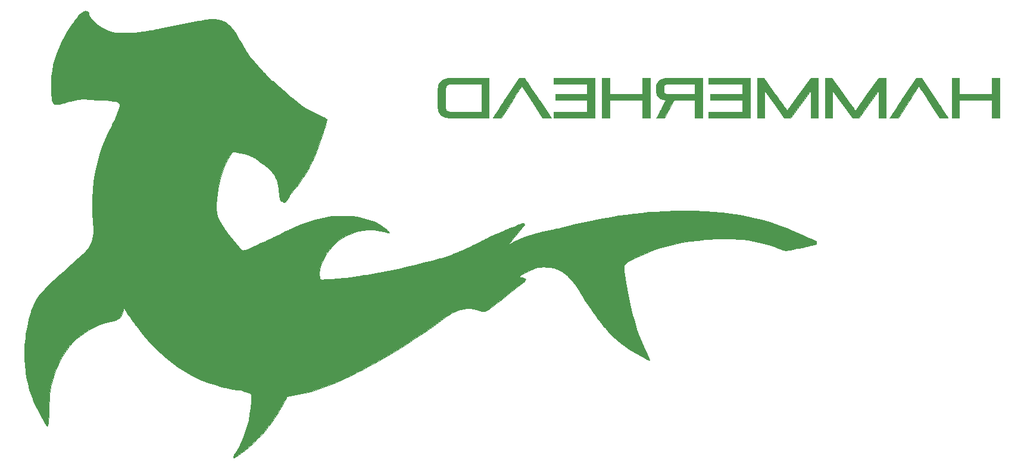
<source format=gbr>
G04 #@! TF.GenerationSoftware,KiCad,Pcbnew,5.1.4*
G04 #@! TF.CreationDate,2019-09-14T03:30:04-03:00*
G04 #@! TF.ProjectId,hammerhead,68616d6d-6572-4686-9561-642e6b696361,V0.2*
G04 #@! TF.SameCoordinates,Original*
G04 #@! TF.FileFunction,Legend,Bot*
G04 #@! TF.FilePolarity,Positive*
%FSLAX46Y46*%
G04 Gerber Fmt 4.6, Leading zero omitted, Abs format (unit mm)*
G04 Created by KiCad (PCBNEW 5.1.4) date 2019-09-14 03:30:04*
%MOMM*%
%LPD*%
G04 APERTURE LIST*
%ADD10C,0.010000*%
G04 APERTURE END LIST*
D10*
G36*
X156030955Y-73638021D02*
G01*
X155571325Y-73638820D01*
X155155171Y-73640141D01*
X154783379Y-73641977D01*
X154456837Y-73644319D01*
X154176430Y-73647160D01*
X153943048Y-73650492D01*
X153757575Y-73654307D01*
X153620900Y-73658596D01*
X153533910Y-73663352D01*
X153517051Y-73664933D01*
X153203102Y-73716659D01*
X152923876Y-73797334D01*
X152681453Y-73905799D01*
X152477913Y-74040895D01*
X152315336Y-74201464D01*
X152195803Y-74386347D01*
X152186232Y-74406266D01*
X152154052Y-74475474D01*
X152126351Y-74537794D01*
X152102793Y-74597476D01*
X152083043Y-74658774D01*
X152066766Y-74725940D01*
X152053625Y-74803226D01*
X152043286Y-74894884D01*
X152035412Y-75005166D01*
X152029668Y-75138325D01*
X152025720Y-75298613D01*
X152023230Y-75490282D01*
X152021864Y-75717584D01*
X152021285Y-75984771D01*
X152021159Y-76296096D01*
X152021162Y-76498113D01*
X152021251Y-76825989D01*
X152021589Y-77107096D01*
X152022285Y-77345517D01*
X152023445Y-77545335D01*
X152025175Y-77710632D01*
X152027584Y-77845490D01*
X152030778Y-77953992D01*
X152034864Y-78040221D01*
X152039950Y-78108258D01*
X152046143Y-78162187D01*
X152053549Y-78206089D01*
X152062276Y-78244048D01*
X152067472Y-78263147D01*
X152159795Y-78508364D01*
X152288151Y-78718611D01*
X152453454Y-78894739D01*
X152656622Y-79037597D01*
X152898569Y-79148033D01*
X153081506Y-79203975D01*
X153144697Y-79219629D01*
X153207113Y-79233625D01*
X153271824Y-79246055D01*
X153341900Y-79257011D01*
X153420411Y-79266587D01*
X153510429Y-79274874D01*
X153615023Y-79281966D01*
X153737263Y-79287954D01*
X153880221Y-79292933D01*
X154046966Y-79296993D01*
X154240569Y-79300228D01*
X154464100Y-79302731D01*
X154720630Y-79304594D01*
X155013229Y-79305910D01*
X155344967Y-79306771D01*
X155718915Y-79307270D01*
X156138143Y-79307499D01*
X156515105Y-79307551D01*
X159305546Y-79307623D01*
X159305546Y-78468584D01*
X158237678Y-78468584D01*
X156044735Y-78467697D01*
X155637968Y-78467374D01*
X155279044Y-78466724D01*
X154964953Y-78465703D01*
X154692688Y-78464267D01*
X154459241Y-78462370D01*
X154261603Y-78459969D01*
X154096767Y-78457019D01*
X153961725Y-78453475D01*
X153853468Y-78449293D01*
X153768988Y-78444429D01*
X153705278Y-78438838D01*
X153659329Y-78432475D01*
X153659015Y-78432419D01*
X153553823Y-78410245D01*
X153458467Y-78384264D01*
X153392500Y-78359852D01*
X153389466Y-78358329D01*
X153291703Y-78287097D01*
X153201530Y-78185992D01*
X153135915Y-78075119D01*
X153123703Y-78043403D01*
X153116325Y-77995818D01*
X153109479Y-77903231D01*
X153103211Y-77771489D01*
X153097566Y-77606439D01*
X153092591Y-77413928D01*
X153088333Y-77199803D01*
X153084836Y-76969909D01*
X153082147Y-76730095D01*
X153080313Y-76486207D01*
X153079379Y-76244092D01*
X153079392Y-76009596D01*
X153080398Y-75788567D01*
X153082442Y-75586851D01*
X153085571Y-75410295D01*
X153089832Y-75264745D01*
X153095270Y-75156050D01*
X153100477Y-75099715D01*
X153141907Y-74913580D01*
X153213174Y-74765556D01*
X153317743Y-74652328D01*
X153459081Y-74570584D01*
X153640651Y-74517008D01*
X153724665Y-74502816D01*
X153780988Y-74498533D01*
X153885002Y-74494544D01*
X154033547Y-74490882D01*
X154223463Y-74487582D01*
X154451589Y-74484678D01*
X154714768Y-74482204D01*
X155009838Y-74480195D01*
X155333640Y-74478685D01*
X155683015Y-74477708D01*
X156054802Y-74477300D01*
X156070161Y-74477296D01*
X158237678Y-74476792D01*
X158237678Y-78468584D01*
X159305546Y-78468584D01*
X159305546Y-73637753D01*
X156533172Y-73637753D01*
X156030955Y-73638021D01*
X156030955Y-73638021D01*
G37*
X156030955Y-73638021D02*
X155571325Y-73638820D01*
X155155171Y-73640141D01*
X154783379Y-73641977D01*
X154456837Y-73644319D01*
X154176430Y-73647160D01*
X153943048Y-73650492D01*
X153757575Y-73654307D01*
X153620900Y-73658596D01*
X153533910Y-73663352D01*
X153517051Y-73664933D01*
X153203102Y-73716659D01*
X152923876Y-73797334D01*
X152681453Y-73905799D01*
X152477913Y-74040895D01*
X152315336Y-74201464D01*
X152195803Y-74386347D01*
X152186232Y-74406266D01*
X152154052Y-74475474D01*
X152126351Y-74537794D01*
X152102793Y-74597476D01*
X152083043Y-74658774D01*
X152066766Y-74725940D01*
X152053625Y-74803226D01*
X152043286Y-74894884D01*
X152035412Y-75005166D01*
X152029668Y-75138325D01*
X152025720Y-75298613D01*
X152023230Y-75490282D01*
X152021864Y-75717584D01*
X152021285Y-75984771D01*
X152021159Y-76296096D01*
X152021162Y-76498113D01*
X152021251Y-76825989D01*
X152021589Y-77107096D01*
X152022285Y-77345517D01*
X152023445Y-77545335D01*
X152025175Y-77710632D01*
X152027584Y-77845490D01*
X152030778Y-77953992D01*
X152034864Y-78040221D01*
X152039950Y-78108258D01*
X152046143Y-78162187D01*
X152053549Y-78206089D01*
X152062276Y-78244048D01*
X152067472Y-78263147D01*
X152159795Y-78508364D01*
X152288151Y-78718611D01*
X152453454Y-78894739D01*
X152656622Y-79037597D01*
X152898569Y-79148033D01*
X153081506Y-79203975D01*
X153144697Y-79219629D01*
X153207113Y-79233625D01*
X153271824Y-79246055D01*
X153341900Y-79257011D01*
X153420411Y-79266587D01*
X153510429Y-79274874D01*
X153615023Y-79281966D01*
X153737263Y-79287954D01*
X153880221Y-79292933D01*
X154046966Y-79296993D01*
X154240569Y-79300228D01*
X154464100Y-79302731D01*
X154720630Y-79304594D01*
X155013229Y-79305910D01*
X155344967Y-79306771D01*
X155718915Y-79307270D01*
X156138143Y-79307499D01*
X156515105Y-79307551D01*
X159305546Y-79307623D01*
X159305546Y-78468584D01*
X158237678Y-78468584D01*
X156044735Y-78467697D01*
X155637968Y-78467374D01*
X155279044Y-78466724D01*
X154964953Y-78465703D01*
X154692688Y-78464267D01*
X154459241Y-78462370D01*
X154261603Y-78459969D01*
X154096767Y-78457019D01*
X153961725Y-78453475D01*
X153853468Y-78449293D01*
X153768988Y-78444429D01*
X153705278Y-78438838D01*
X153659329Y-78432475D01*
X153659015Y-78432419D01*
X153553823Y-78410245D01*
X153458467Y-78384264D01*
X153392500Y-78359852D01*
X153389466Y-78358329D01*
X153291703Y-78287097D01*
X153201530Y-78185992D01*
X153135915Y-78075119D01*
X153123703Y-78043403D01*
X153116325Y-77995818D01*
X153109479Y-77903231D01*
X153103211Y-77771489D01*
X153097566Y-77606439D01*
X153092591Y-77413928D01*
X153088333Y-77199803D01*
X153084836Y-76969909D01*
X153082147Y-76730095D01*
X153080313Y-76486207D01*
X153079379Y-76244092D01*
X153079392Y-76009596D01*
X153080398Y-75788567D01*
X153082442Y-75586851D01*
X153085571Y-75410295D01*
X153089832Y-75264745D01*
X153095270Y-75156050D01*
X153100477Y-75099715D01*
X153141907Y-74913580D01*
X153213174Y-74765556D01*
X153317743Y-74652328D01*
X153459081Y-74570584D01*
X153640651Y-74517008D01*
X153724665Y-74502816D01*
X153780988Y-74498533D01*
X153885002Y-74494544D01*
X154033547Y-74490882D01*
X154223463Y-74487582D01*
X154451589Y-74484678D01*
X154714768Y-74482204D01*
X155009838Y-74480195D01*
X155333640Y-74478685D01*
X155683015Y-74477708D01*
X156054802Y-74477300D01*
X156070161Y-74477296D01*
X158237678Y-74476792D01*
X158237678Y-78468584D01*
X159305546Y-78468584D01*
X159305546Y-73637753D01*
X156533172Y-73637753D01*
X156030955Y-73638021D01*
G36*
X163960745Y-73638346D02*
G01*
X163564305Y-73638938D01*
X161708249Y-76450986D01*
X161482434Y-76793180D01*
X161264366Y-77123772D01*
X161055685Y-77440269D01*
X160858030Y-77740177D01*
X160673043Y-78021005D01*
X160502361Y-78280258D01*
X160347627Y-78515443D01*
X160210480Y-78724068D01*
X160092560Y-78903638D01*
X159995508Y-79051661D01*
X159920962Y-79165644D01*
X159870564Y-79243093D01*
X159845954Y-79281516D01*
X159843717Y-79285328D01*
X159865533Y-79291602D01*
X159931601Y-79297067D01*
X160035327Y-79301491D01*
X160170116Y-79304640D01*
X160329373Y-79306282D01*
X160441215Y-79306434D01*
X161047188Y-79305245D01*
X162471011Y-77076862D01*
X162666763Y-76770637D01*
X162855279Y-76476006D01*
X163034700Y-76195859D01*
X163203167Y-75933087D01*
X163358821Y-75690580D01*
X163499803Y-75471228D01*
X163624254Y-75277923D01*
X163730315Y-75113553D01*
X163816128Y-74981011D01*
X163879834Y-74883185D01*
X163919573Y-74822967D01*
X163932973Y-74803676D01*
X163940651Y-74799020D01*
X163951882Y-74801678D01*
X163968232Y-74813955D01*
X163991266Y-74838157D01*
X164022547Y-74876588D01*
X164063643Y-74931553D01*
X164116116Y-75005359D01*
X164181532Y-75100309D01*
X164261456Y-75218709D01*
X164357453Y-75362865D01*
X164471088Y-75535081D01*
X164603925Y-75737662D01*
X164757529Y-75972914D01*
X164933466Y-76243142D01*
X165133300Y-76550651D01*
X165358596Y-76897747D01*
X165445786Y-77032140D01*
X166920461Y-79305407D01*
X168126273Y-79307623D01*
X166517486Y-76885851D01*
X166300772Y-76559641D01*
X166087732Y-76238993D01*
X165880551Y-75927196D01*
X165681416Y-75627541D01*
X165492514Y-75343315D01*
X165316031Y-75077809D01*
X165154155Y-74834312D01*
X165009071Y-74616113D01*
X164882967Y-74426502D01*
X164778029Y-74268768D01*
X164696443Y-74146201D01*
X164640397Y-74062089D01*
X164632942Y-74050916D01*
X164357186Y-73637753D01*
X163960745Y-73638346D01*
X163960745Y-73638346D01*
G37*
X163960745Y-73638346D02*
X163564305Y-73638938D01*
X161708249Y-76450986D01*
X161482434Y-76793180D01*
X161264366Y-77123772D01*
X161055685Y-77440269D01*
X160858030Y-77740177D01*
X160673043Y-78021005D01*
X160502361Y-78280258D01*
X160347627Y-78515443D01*
X160210480Y-78724068D01*
X160092560Y-78903638D01*
X159995508Y-79051661D01*
X159920962Y-79165644D01*
X159870564Y-79243093D01*
X159845954Y-79281516D01*
X159843717Y-79285328D01*
X159865533Y-79291602D01*
X159931601Y-79297067D01*
X160035327Y-79301491D01*
X160170116Y-79304640D01*
X160329373Y-79306282D01*
X160441215Y-79306434D01*
X161047188Y-79305245D01*
X162471011Y-77076862D01*
X162666763Y-76770637D01*
X162855279Y-76476006D01*
X163034700Y-76195859D01*
X163203167Y-75933087D01*
X163358821Y-75690580D01*
X163499803Y-75471228D01*
X163624254Y-75277923D01*
X163730315Y-75113553D01*
X163816128Y-74981011D01*
X163879834Y-74883185D01*
X163919573Y-74822967D01*
X163932973Y-74803676D01*
X163940651Y-74799020D01*
X163951882Y-74801678D01*
X163968232Y-74813955D01*
X163991266Y-74838157D01*
X164022547Y-74876588D01*
X164063643Y-74931553D01*
X164116116Y-75005359D01*
X164181532Y-75100309D01*
X164261456Y-75218709D01*
X164357453Y-75362865D01*
X164471088Y-75535081D01*
X164603925Y-75737662D01*
X164757529Y-75972914D01*
X164933466Y-76243142D01*
X165133300Y-76550651D01*
X165358596Y-76897747D01*
X165445786Y-77032140D01*
X166920461Y-79305407D01*
X168126273Y-79307623D01*
X166517486Y-76885851D01*
X166300772Y-76559641D01*
X166087732Y-76238993D01*
X165880551Y-75927196D01*
X165681416Y-75627541D01*
X165492514Y-75343315D01*
X165316031Y-75077809D01*
X165154155Y-74834312D01*
X165009071Y-74616113D01*
X164882967Y-74426502D01*
X164778029Y-74268768D01*
X164696443Y-74146201D01*
X164640397Y-74062089D01*
X164632942Y-74050916D01*
X164357186Y-73637753D01*
X163960745Y-73638346D01*
G36*
X168509550Y-74476792D02*
G01*
X173264104Y-74476792D01*
X173264104Y-75900616D01*
X168737119Y-75900616D01*
X168751091Y-76726942D01*
X171007598Y-76733436D01*
X173264104Y-76739930D01*
X173264104Y-78468584D01*
X168509550Y-78468584D01*
X168509550Y-79307623D01*
X174357398Y-79307623D01*
X174357398Y-73637753D01*
X168509550Y-73637753D01*
X168509550Y-74476792D01*
X168509550Y-74476792D01*
G37*
X168509550Y-74476792D02*
X173264104Y-74476792D01*
X173264104Y-75900616D01*
X168737119Y-75900616D01*
X168751091Y-76726942D01*
X171007598Y-76733436D01*
X173264104Y-76739930D01*
X173264104Y-78468584D01*
X168509550Y-78468584D01*
X168509550Y-79307623D01*
X174357398Y-79307623D01*
X174357398Y-73637753D01*
X168509550Y-73637753D01*
X168509550Y-74476792D01*
G36*
X181095135Y-75900616D02*
G01*
X176467708Y-75900616D01*
X176467708Y-73637753D01*
X175399840Y-73637753D01*
X175399840Y-79307623D01*
X176467708Y-79307623D01*
X176467708Y-76739655D01*
X181095135Y-76739655D01*
X181095135Y-79307623D01*
X182188429Y-79307623D01*
X182188429Y-73637753D01*
X181095135Y-73637753D01*
X181095135Y-75900616D01*
X181095135Y-75900616D01*
G37*
X181095135Y-75900616D02*
X176467708Y-75900616D01*
X176467708Y-73637753D01*
X175399840Y-73637753D01*
X175399840Y-79307623D01*
X176467708Y-79307623D01*
X176467708Y-76739655D01*
X181095135Y-76739655D01*
X181095135Y-79307623D01*
X182188429Y-79307623D01*
X182188429Y-73637753D01*
X181095135Y-73637753D01*
X181095135Y-75900616D01*
G36*
X184311452Y-73651383D02*
G01*
X184108048Y-73708536D01*
X183842419Y-73798704D01*
X183620761Y-73908209D01*
X183439231Y-74039076D01*
X183385110Y-74089656D01*
X183279164Y-74205439D01*
X183196501Y-74321443D01*
X183134565Y-74445972D01*
X183090802Y-74587332D01*
X183062656Y-74753826D01*
X183047571Y-74953760D01*
X183042992Y-75195437D01*
X183042990Y-75201417D01*
X183049991Y-75468566D01*
X183072584Y-75694001D01*
X183113154Y-75885117D01*
X183174085Y-76049304D01*
X183257761Y-76193955D01*
X183366568Y-76326464D01*
X183424524Y-76384252D01*
X183585605Y-76510209D01*
X183776823Y-76609726D01*
X184004902Y-76685902D01*
X184151997Y-76719673D01*
X184260505Y-76741790D01*
X184348698Y-76760724D01*
X184405791Y-76774101D01*
X184421695Y-76779042D01*
X184411735Y-76801979D01*
X184380629Y-76864976D01*
X184330942Y-76963111D01*
X184265237Y-77091458D01*
X184186079Y-77245095D01*
X184096033Y-77419098D01*
X183997662Y-77608542D01*
X183893531Y-77808504D01*
X183786205Y-78014060D01*
X183678247Y-78220286D01*
X183572222Y-78422258D01*
X183470695Y-78615053D01*
X183376230Y-78793746D01*
X183291391Y-78953414D01*
X183218742Y-79089133D01*
X183214043Y-79097863D01*
X183101081Y-79307623D01*
X184260601Y-79306641D01*
X184920415Y-78048574D01*
X185580229Y-76790506D01*
X188570211Y-76790506D01*
X188570211Y-79307623D01*
X189638078Y-79307623D01*
X189638078Y-75954547D01*
X188570211Y-75954547D01*
X186580671Y-75945054D01*
X186181054Y-75942912D01*
X185830063Y-75940512D01*
X185525472Y-75937810D01*
X185265055Y-75934765D01*
X185046589Y-75931333D01*
X184867847Y-75927471D01*
X184726605Y-75923137D01*
X184620638Y-75918288D01*
X184547720Y-75912881D01*
X184505626Y-75906875D01*
X184499152Y-75905110D01*
X184364037Y-75842312D01*
X184245351Y-75753818D01*
X184186662Y-75689052D01*
X184165523Y-75655656D01*
X184150411Y-75615576D01*
X184140057Y-75559555D01*
X184133192Y-75478335D01*
X184128548Y-75362660D01*
X184125683Y-75244107D01*
X184123151Y-75096630D01*
X184123415Y-74989692D01*
X184127547Y-74913011D01*
X184136620Y-74856303D01*
X184151706Y-74809285D01*
X184173878Y-74761676D01*
X184176534Y-74756472D01*
X184221719Y-74683628D01*
X184279303Y-74628752D01*
X184365785Y-74576948D01*
X184387728Y-74565781D01*
X184540281Y-74489505D01*
X186555246Y-74482276D01*
X188570211Y-74475048D01*
X188570211Y-75954547D01*
X189638078Y-75954547D01*
X189638078Y-73635977D01*
X184311452Y-73651383D01*
X184311452Y-73651383D01*
G37*
X184311452Y-73651383D02*
X184108048Y-73708536D01*
X183842419Y-73798704D01*
X183620761Y-73908209D01*
X183439231Y-74039076D01*
X183385110Y-74089656D01*
X183279164Y-74205439D01*
X183196501Y-74321443D01*
X183134565Y-74445972D01*
X183090802Y-74587332D01*
X183062656Y-74753826D01*
X183047571Y-74953760D01*
X183042992Y-75195437D01*
X183042990Y-75201417D01*
X183049991Y-75468566D01*
X183072584Y-75694001D01*
X183113154Y-75885117D01*
X183174085Y-76049304D01*
X183257761Y-76193955D01*
X183366568Y-76326464D01*
X183424524Y-76384252D01*
X183585605Y-76510209D01*
X183776823Y-76609726D01*
X184004902Y-76685902D01*
X184151997Y-76719673D01*
X184260505Y-76741790D01*
X184348698Y-76760724D01*
X184405791Y-76774101D01*
X184421695Y-76779042D01*
X184411735Y-76801979D01*
X184380629Y-76864976D01*
X184330942Y-76963111D01*
X184265237Y-77091458D01*
X184186079Y-77245095D01*
X184096033Y-77419098D01*
X183997662Y-77608542D01*
X183893531Y-77808504D01*
X183786205Y-78014060D01*
X183678247Y-78220286D01*
X183572222Y-78422258D01*
X183470695Y-78615053D01*
X183376230Y-78793746D01*
X183291391Y-78953414D01*
X183218742Y-79089133D01*
X183214043Y-79097863D01*
X183101081Y-79307623D01*
X184260601Y-79306641D01*
X184920415Y-78048574D01*
X185580229Y-76790506D01*
X188570211Y-76790506D01*
X188570211Y-79307623D01*
X189638078Y-79307623D01*
X189638078Y-75954547D01*
X188570211Y-75954547D01*
X186580671Y-75945054D01*
X186181054Y-75942912D01*
X185830063Y-75940512D01*
X185525472Y-75937810D01*
X185265055Y-75934765D01*
X185046589Y-75931333D01*
X184867847Y-75927471D01*
X184726605Y-75923137D01*
X184620638Y-75918288D01*
X184547720Y-75912881D01*
X184505626Y-75906875D01*
X184499152Y-75905110D01*
X184364037Y-75842312D01*
X184245351Y-75753818D01*
X184186662Y-75689052D01*
X184165523Y-75655656D01*
X184150411Y-75615576D01*
X184140057Y-75559555D01*
X184133192Y-75478335D01*
X184128548Y-75362660D01*
X184125683Y-75244107D01*
X184123151Y-75096630D01*
X184123415Y-74989692D01*
X184127547Y-74913011D01*
X184136620Y-74856303D01*
X184151706Y-74809285D01*
X184173878Y-74761676D01*
X184176534Y-74756472D01*
X184221719Y-74683628D01*
X184279303Y-74628752D01*
X184365785Y-74576948D01*
X184387728Y-74565781D01*
X184540281Y-74489505D01*
X186555246Y-74482276D01*
X188570211Y-74475048D01*
X188570211Y-75954547D01*
X189638078Y-75954547D01*
X189638078Y-73635977D01*
X184311452Y-73651383D01*
G36*
X190553394Y-74476792D02*
G01*
X195307948Y-74476792D01*
X195307948Y-75900616D01*
X190782223Y-75900616D01*
X190782223Y-76739655D01*
X195307948Y-76739655D01*
X195307948Y-78468584D01*
X190553394Y-78468584D01*
X190553394Y-79307623D01*
X196401242Y-79307623D01*
X196401242Y-73637753D01*
X190553394Y-73637753D01*
X190553394Y-74476792D01*
X190553394Y-74476792D01*
G37*
X190553394Y-74476792D02*
X195307948Y-74476792D01*
X195307948Y-75900616D01*
X190782223Y-75900616D01*
X190782223Y-76739655D01*
X195307948Y-76739655D01*
X195307948Y-78468584D01*
X190553394Y-78468584D01*
X190553394Y-79307623D01*
X196401242Y-79307623D01*
X196401242Y-73637753D01*
X190553394Y-73637753D01*
X190553394Y-74476792D01*
G36*
X197443684Y-79307623D02*
G01*
X198434964Y-79307623D01*
X198447988Y-75373729D01*
X199872141Y-77334319D01*
X201296294Y-79294910D01*
X202205837Y-79294910D01*
X205058599Y-75384630D01*
X205065112Y-77346127D01*
X205071625Y-79307623D01*
X206088329Y-79307623D01*
X206088329Y-73636700D01*
X205061815Y-73650466D01*
X203384338Y-75957530D01*
X201706861Y-78264593D01*
X201609490Y-78131403D01*
X201581390Y-78092743D01*
X201525601Y-78015783D01*
X201444229Y-77903433D01*
X201339380Y-77758603D01*
X201213157Y-77584201D01*
X201067666Y-77383137D01*
X200905012Y-77158320D01*
X200727301Y-76912660D01*
X200536637Y-76649066D01*
X200335126Y-76370447D01*
X200124871Y-76079714D01*
X199940205Y-75824340D01*
X198368290Y-73650466D01*
X197443684Y-73636606D01*
X197443684Y-79307623D01*
X197443684Y-79307623D01*
G37*
X197443684Y-79307623D02*
X198434964Y-79307623D01*
X198447988Y-75373729D01*
X199872141Y-77334319D01*
X201296294Y-79294910D01*
X202205837Y-79294910D01*
X205058599Y-75384630D01*
X205065112Y-77346127D01*
X205071625Y-79307623D01*
X206088329Y-79307623D01*
X206088329Y-73636700D01*
X205061815Y-73650466D01*
X203384338Y-75957530D01*
X201706861Y-78264593D01*
X201609490Y-78131403D01*
X201581390Y-78092743D01*
X201525601Y-78015783D01*
X201444229Y-77903433D01*
X201339380Y-77758603D01*
X201213157Y-77584201D01*
X201067666Y-77383137D01*
X200905012Y-77158320D01*
X200727301Y-76912660D01*
X200536637Y-76649066D01*
X200335126Y-76370447D01*
X200124871Y-76079714D01*
X199940205Y-75824340D01*
X198368290Y-73650466D01*
X197443684Y-73636606D01*
X197443684Y-79307623D01*
G36*
X207130771Y-79307623D02*
G01*
X208122051Y-79307623D01*
X208128563Y-77340819D01*
X208135075Y-75374016D01*
X210983261Y-79294910D01*
X211892500Y-79294910D01*
X213319093Y-77339608D01*
X214745686Y-75384305D01*
X214752199Y-77345964D01*
X214758713Y-79307623D01*
X215775416Y-79307623D01*
X215775416Y-73636700D01*
X215262292Y-73643583D01*
X214749169Y-73650466D01*
X213071421Y-75957342D01*
X211393674Y-78264219D01*
X211296277Y-78131216D01*
X211268173Y-78092583D01*
X211212380Y-78015650D01*
X211131002Y-77903327D01*
X211026146Y-77758522D01*
X210899917Y-77584146D01*
X210754419Y-77383106D01*
X210591757Y-77158311D01*
X210414037Y-76912671D01*
X210223364Y-76649095D01*
X210021843Y-76370492D01*
X209811580Y-76079770D01*
X209626859Y-75824340D01*
X208054838Y-73650466D01*
X207592804Y-73643536D01*
X207130771Y-73636606D01*
X207130771Y-79307623D01*
X207130771Y-79307623D01*
G37*
X207130771Y-79307623D02*
X208122051Y-79307623D01*
X208128563Y-77340819D01*
X208135075Y-75374016D01*
X210983261Y-79294910D01*
X211892500Y-79294910D01*
X213319093Y-77339608D01*
X214745686Y-75384305D01*
X214752199Y-77345964D01*
X214758713Y-79307623D01*
X215775416Y-79307623D01*
X215775416Y-73636700D01*
X215262292Y-73643583D01*
X214749169Y-73650466D01*
X213071421Y-75957342D01*
X211393674Y-78264219D01*
X211296277Y-78131216D01*
X211268173Y-78092583D01*
X211212380Y-78015650D01*
X211131002Y-77903327D01*
X211026146Y-77758522D01*
X210899917Y-77584146D01*
X210754419Y-77383106D01*
X210591757Y-77158311D01*
X210414037Y-76912671D01*
X210223364Y-76649095D01*
X210021843Y-76370492D01*
X209811580Y-76079770D01*
X209626859Y-75824340D01*
X208054838Y-73650466D01*
X207592804Y-73643536D01*
X207130771Y-73636606D01*
X207130771Y-79307623D01*
G36*
X218278591Y-76288354D02*
G01*
X218056990Y-76624026D01*
X217841547Y-76950335D01*
X217634101Y-77264496D01*
X217436490Y-77563726D01*
X217250554Y-77845243D01*
X217078130Y-78106263D01*
X216921058Y-78344003D01*
X216781177Y-78555681D01*
X216660324Y-78738513D01*
X216560339Y-78889716D01*
X216483061Y-79006508D01*
X216430327Y-79086105D01*
X216405608Y-79123289D01*
X216282375Y-79307623D01*
X217500040Y-79307623D01*
X218957607Y-77031319D01*
X219190850Y-76667206D01*
X219398315Y-76343712D01*
X219581527Y-76058554D01*
X219742010Y-75809453D01*
X219881288Y-75594125D01*
X220000886Y-75410292D01*
X220102329Y-75255670D01*
X220187141Y-75127979D01*
X220256846Y-75024938D01*
X220312970Y-74944265D01*
X220357037Y-74883679D01*
X220390571Y-74840899D01*
X220415097Y-74813643D01*
X220432139Y-74799631D01*
X220443223Y-74796581D01*
X220448634Y-74800238D01*
X220466842Y-74827364D01*
X220510910Y-74894250D01*
X220578969Y-74998031D01*
X220669148Y-75135843D01*
X220779578Y-75304821D01*
X220908388Y-75502101D01*
X221053710Y-75724818D01*
X221213673Y-75970108D01*
X221386407Y-76235106D01*
X221570044Y-76516946D01*
X221762712Y-76812766D01*
X221934449Y-77076542D01*
X223386802Y-79307623D01*
X223981826Y-79307623D01*
X224149074Y-79306749D01*
X224297433Y-79304296D01*
X224419999Y-79300518D01*
X224509870Y-79295666D01*
X224560142Y-79289995D01*
X224568375Y-79286117D01*
X224553529Y-79262705D01*
X224512175Y-79199432D01*
X224445960Y-79098780D01*
X224356530Y-78963235D01*
X224245529Y-78795280D01*
X224114603Y-78597402D01*
X223965398Y-78372083D01*
X223799558Y-78121809D01*
X223618731Y-77849064D01*
X223424560Y-77556332D01*
X223218691Y-77246098D01*
X223002771Y-76920847D01*
X222778443Y-76583063D01*
X222691131Y-76451627D01*
X220822363Y-73638643D01*
X220028341Y-73637753D01*
X218278591Y-76288354D01*
X218278591Y-76288354D01*
G37*
X218278591Y-76288354D02*
X218056990Y-76624026D01*
X217841547Y-76950335D01*
X217634101Y-77264496D01*
X217436490Y-77563726D01*
X217250554Y-77845243D01*
X217078130Y-78106263D01*
X216921058Y-78344003D01*
X216781177Y-78555681D01*
X216660324Y-78738513D01*
X216560339Y-78889716D01*
X216483061Y-79006508D01*
X216430327Y-79086105D01*
X216405608Y-79123289D01*
X216282375Y-79307623D01*
X217500040Y-79307623D01*
X218957607Y-77031319D01*
X219190850Y-76667206D01*
X219398315Y-76343712D01*
X219581527Y-76058554D01*
X219742010Y-75809453D01*
X219881288Y-75594125D01*
X220000886Y-75410292D01*
X220102329Y-75255670D01*
X220187141Y-75127979D01*
X220256846Y-75024938D01*
X220312970Y-74944265D01*
X220357037Y-74883679D01*
X220390571Y-74840899D01*
X220415097Y-74813643D01*
X220432139Y-74799631D01*
X220443223Y-74796581D01*
X220448634Y-74800238D01*
X220466842Y-74827364D01*
X220510910Y-74894250D01*
X220578969Y-74998031D01*
X220669148Y-75135843D01*
X220779578Y-75304821D01*
X220908388Y-75502101D01*
X221053710Y-75724818D01*
X221213673Y-75970108D01*
X221386407Y-76235106D01*
X221570044Y-76516946D01*
X221762712Y-76812766D01*
X221934449Y-77076542D01*
X223386802Y-79307623D01*
X223981826Y-79307623D01*
X224149074Y-79306749D01*
X224297433Y-79304296D01*
X224419999Y-79300518D01*
X224509870Y-79295666D01*
X224560142Y-79289995D01*
X224568375Y-79286117D01*
X224553529Y-79262705D01*
X224512175Y-79199432D01*
X224445960Y-79098780D01*
X224356530Y-78963235D01*
X224245529Y-78795280D01*
X224114603Y-78597402D01*
X223965398Y-78372083D01*
X223799558Y-78121809D01*
X223618731Y-77849064D01*
X223424560Y-77556332D01*
X223218691Y-77246098D01*
X223002771Y-76920847D01*
X222778443Y-76583063D01*
X222691131Y-76451627D01*
X220822363Y-73638643D01*
X220028341Y-73637753D01*
X218278591Y-76288354D01*
G36*
X230814555Y-75887903D02*
G01*
X226187127Y-75887903D01*
X226180507Y-74762828D01*
X226173886Y-73637753D01*
X225106547Y-73637753D01*
X225106547Y-79307623D01*
X226174415Y-79307623D01*
X226174415Y-76739655D01*
X230827268Y-76739655D01*
X230827268Y-79307623D01*
X231895135Y-79307623D01*
X231895135Y-73637753D01*
X230827797Y-73637753D01*
X230814555Y-75887903D01*
X230814555Y-75887903D01*
G37*
X230814555Y-75887903D02*
X226187127Y-75887903D01*
X226180507Y-74762828D01*
X226173886Y-73637753D01*
X225106547Y-73637753D01*
X225106547Y-79307623D01*
X226174415Y-79307623D01*
X226174415Y-76739655D01*
X230827268Y-76739655D01*
X230827268Y-79307623D01*
X231895135Y-79307623D01*
X231895135Y-73637753D01*
X230827797Y-73637753D01*
X230814555Y-75887903D01*
G36*
X101776376Y-64141672D02*
G01*
X101695868Y-64170663D01*
X101435664Y-64301273D01*
X101193137Y-64478490D01*
X100970578Y-64700456D01*
X100839139Y-64865882D01*
X100761247Y-64969910D01*
X100663263Y-65096291D01*
X100558043Y-65228643D01*
X100463698Y-65344258D01*
X100355240Y-65481330D01*
X100226095Y-65655115D01*
X100081196Y-65858399D01*
X99925477Y-66083971D01*
X99763872Y-66324619D01*
X99601317Y-66573132D01*
X99442743Y-66822296D01*
X99347149Y-66976292D01*
X98885377Y-67771148D01*
X98474133Y-68569756D01*
X98113443Y-69372024D01*
X97803331Y-70177857D01*
X97543825Y-70987164D01*
X97334950Y-71799851D01*
X97176733Y-72615826D01*
X97069198Y-73434994D01*
X97012372Y-74257265D01*
X97006282Y-75082543D01*
X97014440Y-75332803D01*
X97033541Y-75717038D01*
X97056959Y-76053328D01*
X97085245Y-76344441D01*
X97118949Y-76593144D01*
X97158623Y-76802202D01*
X97204817Y-76974383D01*
X97258082Y-77112453D01*
X97318968Y-77219181D01*
X97388026Y-77297331D01*
X97408873Y-77314447D01*
X97452467Y-77346003D01*
X97492107Y-77366830D01*
X97539393Y-77379031D01*
X97605923Y-77384708D01*
X97703295Y-77385964D01*
X97799682Y-77385307D01*
X97919990Y-77382781D01*
X98022846Y-77376219D01*
X98121984Y-77363469D01*
X98231139Y-77342381D01*
X98364046Y-77310801D01*
X98500641Y-77275501D01*
X98679138Y-77226846D01*
X98879847Y-77169461D01*
X99080381Y-77109897D01*
X99258351Y-77054703D01*
X99288829Y-77044907D01*
X99523982Y-76975165D01*
X99798928Y-76904434D01*
X100102711Y-76834921D01*
X100424375Y-76768831D01*
X100752962Y-76708370D01*
X101077517Y-76655744D01*
X101387082Y-76613159D01*
X101498547Y-76600064D01*
X101633965Y-76586095D01*
X101729825Y-76579542D01*
X101796883Y-76580433D01*
X101845893Y-76588802D01*
X101879929Y-76601163D01*
X101933574Y-76615067D01*
X102032035Y-76630592D01*
X102169318Y-76647297D01*
X102339428Y-76664740D01*
X102536373Y-76682482D01*
X102754159Y-76700080D01*
X102986792Y-76717093D01*
X103228278Y-76733082D01*
X103472623Y-76747604D01*
X103713835Y-76760219D01*
X103945919Y-76770485D01*
X104162881Y-76777962D01*
X104335776Y-76781871D01*
X104569787Y-76786318D01*
X104761049Y-76791878D01*
X104917661Y-76799063D01*
X105047721Y-76808384D01*
X105159328Y-76820352D01*
X105260581Y-76835480D01*
X105301942Y-76842894D01*
X105438885Y-76864009D01*
X105604042Y-76882646D01*
X105774776Y-76896547D01*
X105903167Y-76902833D01*
X106067815Y-76909847D01*
X106193962Y-76922816D01*
X106293940Y-76946368D01*
X106380081Y-76985131D01*
X106464717Y-77043732D01*
X106560180Y-77126799D01*
X106600595Y-77164549D01*
X106678258Y-77235024D01*
X106744070Y-77289640D01*
X106788176Y-77320445D01*
X106798778Y-77324440D01*
X106813990Y-77325943D01*
X106822348Y-77335390D01*
X106822653Y-77360184D01*
X106813709Y-77407730D01*
X106794318Y-77485432D01*
X106763284Y-77600693D01*
X106740878Y-77682562D01*
X106664076Y-77941389D01*
X106567443Y-78232884D01*
X106455004Y-78547045D01*
X106330784Y-78873870D01*
X106198808Y-79203355D01*
X106063100Y-79525498D01*
X105927686Y-79830296D01*
X105796589Y-80107747D01*
X105673835Y-80347848D01*
X105653109Y-80386013D01*
X105167782Y-81322099D01*
X104729628Y-82275989D01*
X104338479Y-83248225D01*
X103994167Y-84239350D01*
X103696525Y-85249905D01*
X103445384Y-86280432D01*
X103240577Y-87331474D01*
X103081937Y-88403571D01*
X103028255Y-88867583D01*
X103000947Y-89131041D01*
X102977750Y-89371364D01*
X102958343Y-89595841D01*
X102942405Y-89811762D01*
X102929613Y-90026417D01*
X102919646Y-90247097D01*
X102912182Y-90481091D01*
X102906900Y-90735690D01*
X102903478Y-91018184D01*
X102901594Y-91335862D01*
X102900927Y-91696015D01*
X102900912Y-91753369D01*
X102901518Y-92098675D01*
X102903358Y-92420755D01*
X102906359Y-92715276D01*
X102910448Y-92977904D01*
X102915553Y-93204305D01*
X102921601Y-93390145D01*
X102928520Y-93531090D01*
X102931309Y-93571287D01*
X102942009Y-93708495D01*
X102955808Y-93884045D01*
X102971727Y-94085590D01*
X102988790Y-94300783D01*
X103006021Y-94517279D01*
X103017787Y-94664580D01*
X103034808Y-94882609D01*
X103047332Y-95059438D01*
X103055587Y-95204498D01*
X103059799Y-95327219D01*
X103060195Y-95437032D01*
X103057002Y-95543368D01*
X103050448Y-95655657D01*
X103043800Y-95745160D01*
X102994777Y-96168515D01*
X102915390Y-96557608D01*
X102802786Y-96920948D01*
X102654111Y-97267041D01*
X102466510Y-97604394D01*
X102369876Y-97753769D01*
X102270081Y-97887537D01*
X102133091Y-98047742D01*
X101958345Y-98234943D01*
X101745280Y-98449697D01*
X101493335Y-98692560D01*
X101201948Y-98964090D01*
X100870556Y-99264845D01*
X100625166Y-99483595D01*
X100442631Y-99645407D01*
X100259741Y-99807759D01*
X100082815Y-99965026D01*
X99918169Y-100111584D01*
X99772124Y-100241807D01*
X99650998Y-100350072D01*
X99561110Y-100430752D01*
X99555119Y-100436151D01*
X99477706Y-100505920D01*
X99367425Y-100605260D01*
X99229209Y-100729733D01*
X99067989Y-100874896D01*
X98888698Y-101036310D01*
X98696270Y-101209532D01*
X98495635Y-101390123D01*
X98291728Y-101573641D01*
X98244208Y-101616407D01*
X97946482Y-101886573D01*
X97649709Y-102160144D01*
X97357664Y-102433423D01*
X97074119Y-102702711D01*
X96802849Y-102964313D01*
X96547628Y-103214528D01*
X96312230Y-103449662D01*
X96100427Y-103666015D01*
X95915995Y-103859890D01*
X95762708Y-104027590D01*
X95651510Y-104156694D01*
X95266659Y-104655007D01*
X94930707Y-105159088D01*
X94641758Y-105672389D01*
X94397912Y-106198360D01*
X94197274Y-106740453D01*
X94152852Y-106881497D01*
X94045521Y-107252734D01*
X93937227Y-107661700D01*
X93830973Y-108095426D01*
X93729761Y-108540945D01*
X93636595Y-108985289D01*
X93554478Y-109415490D01*
X93518866Y-109619081D01*
X93432988Y-110159855D01*
X93364322Y-110669136D01*
X93311375Y-111162716D01*
X93272652Y-111656388D01*
X93246661Y-112165944D01*
X93233128Y-112640356D01*
X93237160Y-113567531D01*
X93286148Y-114473482D01*
X93380751Y-115361956D01*
X93521629Y-116236705D01*
X93709443Y-117101475D01*
X93944851Y-117960017D01*
X94228515Y-118816080D01*
X94401111Y-119276392D01*
X94541825Y-119623291D01*
X94696846Y-119978171D01*
X94868954Y-120346679D01*
X95060930Y-120734460D01*
X95275554Y-121147161D01*
X95515606Y-121590428D01*
X95728187Y-121971487D01*
X95837214Y-122164724D01*
X95942738Y-122351771D01*
X96041060Y-122526066D01*
X96128478Y-122681050D01*
X96201292Y-122810162D01*
X96255801Y-122906840D01*
X96283911Y-122956722D01*
X96354645Y-123068096D01*
X96414475Y-123130647D01*
X96464604Y-123144942D01*
X96506231Y-123111545D01*
X96526716Y-123071136D01*
X96552796Y-122997344D01*
X96576003Y-122910739D01*
X96596633Y-122807638D01*
X96614981Y-122684362D01*
X96631344Y-122537227D01*
X96646016Y-122362552D01*
X96659294Y-122156655D01*
X96671473Y-121915854D01*
X96682849Y-121636469D01*
X96693717Y-121314816D01*
X96704374Y-120947215D01*
X96707909Y-120814630D01*
X96721559Y-120339243D01*
X96736745Y-119909452D01*
X96754084Y-119520011D01*
X96774192Y-119165673D01*
X96797688Y-118841192D01*
X96825187Y-118541321D01*
X96857306Y-118260814D01*
X96894663Y-117994424D01*
X96937874Y-117736905D01*
X96987556Y-117483010D01*
X97044327Y-117227493D01*
X97108802Y-116965107D01*
X97181598Y-116690607D01*
X97201181Y-116619435D01*
X97445338Y-115817683D01*
X97723340Y-115053862D01*
X98035282Y-114327870D01*
X98381255Y-113639602D01*
X98761353Y-112988957D01*
X99175668Y-112375831D01*
X99624294Y-111800122D01*
X100107324Y-111261728D01*
X100624850Y-110760544D01*
X101176965Y-110296468D01*
X101763763Y-109869398D01*
X102385337Y-109479231D01*
X103041778Y-109125864D01*
X103733182Y-108809193D01*
X104459639Y-108529117D01*
X104542703Y-108500190D01*
X104666802Y-108460927D01*
X104825871Y-108415819D01*
X105004979Y-108368813D01*
X105189199Y-108323855D01*
X105330892Y-108291869D01*
X105582176Y-108236344D01*
X105790670Y-108187172D01*
X105963708Y-108142161D01*
X106108628Y-108099116D01*
X106232765Y-108055842D01*
X106343455Y-108010148D01*
X106448035Y-107959837D01*
X106457545Y-107954932D01*
X106685111Y-107810185D01*
X106877273Y-107630054D01*
X107034323Y-107414045D01*
X107156551Y-107161665D01*
X107244249Y-106872420D01*
X107297711Y-106545817D01*
X107299184Y-106531544D01*
X107310785Y-106443175D01*
X107324508Y-106376768D01*
X107337386Y-106346692D01*
X107337395Y-106346686D01*
X107344324Y-106342786D01*
X107352136Y-106343057D01*
X107363770Y-106351619D01*
X107382161Y-106372586D01*
X107410248Y-106410077D01*
X107450969Y-106468207D01*
X107507259Y-106551095D01*
X107582059Y-106662855D01*
X107678303Y-106807606D01*
X107798931Y-106989464D01*
X107836924Y-107046762D01*
X108068910Y-107394357D01*
X108282222Y-107708879D01*
X108484271Y-108000903D01*
X108682469Y-108281008D01*
X108884226Y-108559770D01*
X109096953Y-108847766D01*
X109128542Y-108890105D01*
X109830045Y-109796913D01*
X110543488Y-110654584D01*
X111269568Y-111463575D01*
X112008982Y-112224343D01*
X112762428Y-112937345D01*
X113530604Y-113603037D01*
X114314208Y-114221875D01*
X115113938Y-114794316D01*
X115930491Y-115320817D01*
X116764565Y-115801834D01*
X117616858Y-116237823D01*
X118488067Y-116629242D01*
X119378891Y-116976547D01*
X120290027Y-117280194D01*
X121222174Y-117540640D01*
X122176027Y-117758342D01*
X122883624Y-117890058D01*
X123128222Y-117930575D01*
X123326875Y-117961521D01*
X123483500Y-117983306D01*
X123602015Y-117996342D01*
X123686336Y-118001037D01*
X123740380Y-117997803D01*
X123768064Y-117987048D01*
X123771461Y-117983016D01*
X123790909Y-117964030D01*
X123823111Y-117957784D01*
X123874842Y-117965945D01*
X123952872Y-117990181D01*
X124063975Y-118032161D01*
X124207141Y-118090335D01*
X124354276Y-118148824D01*
X124530628Y-118215320D01*
X124716861Y-118282723D01*
X124893634Y-118343939D01*
X124943083Y-118360415D01*
X125108233Y-118416359D01*
X125231430Y-118462060D01*
X125319792Y-118500619D01*
X125380437Y-118535134D01*
X125419810Y-118567995D01*
X125449098Y-118600757D01*
X125468787Y-118632958D01*
X125480767Y-118675048D01*
X125486927Y-118737475D01*
X125489156Y-118830688D01*
X125489361Y-118952619D01*
X125487631Y-119089798D01*
X125483115Y-119259963D01*
X125476411Y-119445365D01*
X125468120Y-119628251D01*
X125463826Y-119708624D01*
X125391623Y-120604823D01*
X125277728Y-121472765D01*
X125121655Y-122313990D01*
X124922920Y-123130034D01*
X124681039Y-123922437D01*
X124395526Y-124692735D01*
X124065898Y-125442466D01*
X123691670Y-126173169D01*
X123272356Y-126886381D01*
X123134329Y-127102340D01*
X123054058Y-127228454D01*
X122999509Y-127322333D01*
X122966404Y-127392796D01*
X122950462Y-127448664D01*
X122947188Y-127487998D01*
X122954134Y-127589017D01*
X122976574Y-127646647D01*
X123016907Y-127666633D01*
X123021882Y-127666782D01*
X123057777Y-127653011D01*
X123126485Y-127615175D01*
X123219242Y-127558494D01*
X123327289Y-127488185D01*
X123368761Y-127460188D01*
X124010999Y-127004987D01*
X124623334Y-126534363D01*
X125216229Y-126039612D01*
X125800146Y-125512030D01*
X126342652Y-124985934D01*
X126894385Y-124414363D01*
X127411500Y-123837284D01*
X127898435Y-123248514D01*
X128359627Y-122641874D01*
X128799514Y-122011182D01*
X129222535Y-121350257D01*
X129633127Y-120652918D01*
X130035727Y-119912985D01*
X130167109Y-119659342D01*
X130284073Y-119433846D01*
X130383461Y-119248510D01*
X130464469Y-119104741D01*
X130526295Y-119003949D01*
X130568138Y-118947539D01*
X130577875Y-118938571D01*
X130627849Y-118913911D01*
X130710811Y-118890714D01*
X130832610Y-118867668D01*
X130999097Y-118843464D01*
X131007339Y-118842378D01*
X131848338Y-118712787D01*
X132704076Y-118542683D01*
X133575966Y-118331618D01*
X134465421Y-118079142D01*
X135373854Y-117784807D01*
X136302680Y-117448164D01*
X137253312Y-117068765D01*
X138227163Y-116646161D01*
X138888929Y-116340704D01*
X139106464Y-116236555D01*
X139360885Y-116112339D01*
X139644287Y-115972063D01*
X139948765Y-115819732D01*
X140266415Y-115659353D01*
X140589330Y-115494932D01*
X140909606Y-115330477D01*
X141219338Y-115169994D01*
X141510622Y-115017489D01*
X141749290Y-114890996D01*
X143159585Y-114121562D01*
X144554052Y-113326733D01*
X145937482Y-112503463D01*
X147314663Y-111648705D01*
X148690386Y-110759413D01*
X150069441Y-109832540D01*
X151456617Y-108865040D01*
X152856705Y-107853866D01*
X153131299Y-107651586D01*
X153290916Y-107535673D01*
X153456661Y-107418895D01*
X153617928Y-107308473D01*
X153764112Y-107211625D01*
X153884609Y-107135570D01*
X153922415Y-107113066D01*
X154377402Y-106872376D01*
X154827613Y-106682003D01*
X155274594Y-106541804D01*
X155719889Y-106451640D01*
X156165045Y-106411370D01*
X156611608Y-106420852D01*
X157061122Y-106479947D01*
X157515134Y-106588514D01*
X157970711Y-106744650D01*
X158092855Y-106778333D01*
X158246994Y-106799984D01*
X158417422Y-106809405D01*
X158588431Y-106806394D01*
X158744315Y-106790753D01*
X158869367Y-106762281D01*
X158886026Y-106756305D01*
X158942424Y-106726445D01*
X159036422Y-106666281D01*
X159165959Y-106577339D01*
X159328975Y-106461140D01*
X159523409Y-106319207D01*
X159747200Y-106153063D01*
X159998289Y-105964230D01*
X160274613Y-105754232D01*
X160574113Y-105524592D01*
X160894728Y-105276831D01*
X161025038Y-105175628D01*
X161275463Y-104980604D01*
X161534408Y-104778437D01*
X161798622Y-104571697D01*
X162064854Y-104362957D01*
X162329853Y-104154786D01*
X162590371Y-103949754D01*
X162843155Y-103750434D01*
X163084955Y-103559395D01*
X163312522Y-103379209D01*
X163522603Y-103212445D01*
X163711950Y-103061675D01*
X163877311Y-102929469D01*
X164015437Y-102818398D01*
X164123075Y-102731032D01*
X164196977Y-102669943D01*
X164233009Y-102638556D01*
X164319214Y-102546313D01*
X164395605Y-102447139D01*
X164454363Y-102352867D01*
X164487668Y-102275335D01*
X164492333Y-102246073D01*
X164472224Y-102192101D01*
X164435125Y-102155692D01*
X164389615Y-102137068D01*
X164302029Y-102110089D01*
X164180078Y-102076757D01*
X164031472Y-102039076D01*
X163863920Y-101999049D01*
X163685131Y-101958678D01*
X163634225Y-101947611D01*
X163586487Y-101922578D01*
X163584207Y-101881500D01*
X163626702Y-101829703D01*
X163651875Y-101810134D01*
X163792256Y-101716403D01*
X163971011Y-101606841D01*
X164179881Y-101485890D01*
X164410604Y-101357991D01*
X164654919Y-101227585D01*
X164904565Y-101099113D01*
X165151282Y-100977017D01*
X165386809Y-100865736D01*
X165521355Y-100805108D01*
X165741205Y-100713453D01*
X165936033Y-100645434D01*
X166123124Y-100596471D01*
X166319763Y-100561986D01*
X166526367Y-100538894D01*
X167052611Y-100509497D01*
X167551199Y-100519303D01*
X168024462Y-100569405D01*
X168474733Y-100660896D01*
X168904346Y-100794867D01*
X169315634Y-100972413D01*
X169710929Y-101194625D01*
X170092564Y-101462597D01*
X170462872Y-101777421D01*
X170824187Y-102140190D01*
X171178840Y-102551997D01*
X171382170Y-102813429D01*
X171535267Y-103022199D01*
X171689753Y-103243311D01*
X171849960Y-103483395D01*
X172020222Y-103749078D01*
X172204871Y-104046992D01*
X172404254Y-104377092D01*
X172559793Y-104636693D01*
X172694915Y-104860489D01*
X172814877Y-105056569D01*
X172924931Y-105233024D01*
X173030334Y-105397944D01*
X173136341Y-105559419D01*
X173248206Y-105725539D01*
X173371184Y-105904393D01*
X173510530Y-106104072D01*
X173671499Y-106332666D01*
X173708966Y-106385701D01*
X174017093Y-106819901D01*
X174300477Y-107215263D01*
X174562067Y-107575598D01*
X174804814Y-107904717D01*
X175031666Y-108206431D01*
X175245574Y-108484552D01*
X175449486Y-108742889D01*
X175646353Y-108985254D01*
X175839123Y-109215458D01*
X176030747Y-109437312D01*
X176224174Y-109654628D01*
X176323790Y-109764199D01*
X176822045Y-110277743D01*
X177368479Y-110782802D01*
X177960888Y-111277793D01*
X178597071Y-111761136D01*
X179274825Y-112231251D01*
X179991949Y-112686556D01*
X180746240Y-113125469D01*
X181535496Y-113546411D01*
X181725593Y-113642446D01*
X181867655Y-113712100D01*
X181970964Y-113758729D01*
X182041294Y-113783867D01*
X182084419Y-113789049D01*
X182106114Y-113775810D01*
X182112152Y-113745683D01*
X182112153Y-113745163D01*
X182101405Y-113696893D01*
X182070674Y-113608205D01*
X182022229Y-113484406D01*
X181958339Y-113330801D01*
X181881274Y-113152697D01*
X181793303Y-112955398D01*
X181696694Y-112744211D01*
X181593718Y-112524443D01*
X181558115Y-112449665D01*
X181279941Y-111849682D01*
X181016659Y-111243700D01*
X180767322Y-110628343D01*
X180530985Y-110000234D01*
X180306699Y-109355999D01*
X180093520Y-108692260D01*
X179890501Y-108005643D01*
X179696695Y-107292772D01*
X179511155Y-106550269D01*
X179332936Y-105774761D01*
X179161091Y-104962870D01*
X178994673Y-104111222D01*
X178832737Y-103216439D01*
X178674335Y-102275146D01*
X178632040Y-102012528D01*
X178584396Y-101712460D01*
X178544795Y-101457680D01*
X178512945Y-101243312D01*
X178488554Y-101064483D01*
X178471330Y-100916316D01*
X178460982Y-100793936D01*
X178457219Y-100692468D01*
X178459748Y-100607038D01*
X178468277Y-100532769D01*
X178482516Y-100464786D01*
X178502172Y-100398215D01*
X178526954Y-100328180D01*
X178530669Y-100318214D01*
X178575734Y-100214575D01*
X178632450Y-100118940D01*
X178705166Y-100027968D01*
X178798235Y-99938316D01*
X178916008Y-99846641D01*
X179062836Y-99749601D01*
X179243071Y-99643854D01*
X179461065Y-99526057D01*
X179721168Y-99392868D01*
X179761982Y-99372406D01*
X180718745Y-98916915D01*
X181685250Y-98503248D01*
X182664632Y-98130557D01*
X183660027Y-97797995D01*
X184674570Y-97504714D01*
X185711397Y-97249869D01*
X186773644Y-97032611D01*
X187864445Y-96852093D01*
X188986938Y-96707467D01*
X189981322Y-96611042D01*
X190267187Y-96587820D01*
X190523153Y-96568314D01*
X190757594Y-96552209D01*
X190978884Y-96539192D01*
X191195397Y-96528950D01*
X191415507Y-96521168D01*
X191647588Y-96515534D01*
X191900014Y-96511732D01*
X192181159Y-96509451D01*
X192499397Y-96508375D01*
X192727268Y-96508174D01*
X193069413Y-96508490D01*
X193368134Y-96509772D01*
X193630853Y-96512321D01*
X193864992Y-96516435D01*
X194077974Y-96522416D01*
X194277220Y-96530562D01*
X194470153Y-96541173D01*
X194664195Y-96554548D01*
X194866768Y-96570988D01*
X195085295Y-96590792D01*
X195307948Y-96612352D01*
X196077530Y-96703781D01*
X196848662Y-96825243D01*
X197613687Y-96974884D01*
X198364946Y-97150849D01*
X199094781Y-97351283D01*
X199795533Y-97574330D01*
X200459544Y-97818137D01*
X200716230Y-97922345D01*
X200922576Y-98006906D01*
X201090345Y-98071409D01*
X201226677Y-98118053D01*
X201338715Y-98149040D01*
X201433602Y-98166570D01*
X201518479Y-98172844D01*
X201529560Y-98172948D01*
X201571549Y-98171589D01*
X201624648Y-98166962D01*
X201691775Y-98158487D01*
X201775849Y-98145584D01*
X201879790Y-98127672D01*
X202006515Y-98104172D01*
X202158943Y-98074502D01*
X202339994Y-98038082D01*
X202552586Y-97994332D01*
X202799638Y-97942671D01*
X203084068Y-97882520D01*
X203408796Y-97813298D01*
X203776740Y-97734423D01*
X204190819Y-97645317D01*
X204283123Y-97625420D01*
X204591039Y-97558921D01*
X204853074Y-97502006D01*
X205073096Y-97453705D01*
X205254967Y-97413050D01*
X205402552Y-97379073D01*
X205519716Y-97350803D01*
X205610324Y-97327272D01*
X205678240Y-97307512D01*
X205727329Y-97290553D01*
X205761455Y-97275426D01*
X205784483Y-97261162D01*
X205800277Y-97246793D01*
X205802293Y-97244533D01*
X205845162Y-97161203D01*
X205859904Y-97053879D01*
X205845638Y-96941505D01*
X205819577Y-96873141D01*
X205802739Y-96845030D01*
X205779712Y-96818960D01*
X205745170Y-96792290D01*
X205693786Y-96762380D01*
X205620235Y-96726589D01*
X205519189Y-96682279D01*
X205385322Y-96626808D01*
X205213308Y-96557537D01*
X205058599Y-96495947D01*
X204805168Y-96394580D01*
X204588032Y-96305904D01*
X204395789Y-96224987D01*
X204217033Y-96146898D01*
X204040360Y-96066706D01*
X203854366Y-95979480D01*
X203760643Y-95934728D01*
X202706965Y-95451369D01*
X201642639Y-95007460D01*
X200564991Y-94602343D01*
X199471347Y-94235361D01*
X198359034Y-93905856D01*
X197225377Y-93613172D01*
X196067702Y-93356649D01*
X194883337Y-93135631D01*
X193669606Y-92949461D01*
X192423837Y-92797482D01*
X191143354Y-92679034D01*
X190273714Y-92618654D01*
X189555320Y-92581595D01*
X188796306Y-92554632D01*
X188005882Y-92537732D01*
X187193259Y-92530863D01*
X186367648Y-92533990D01*
X185538260Y-92547080D01*
X184714306Y-92570100D01*
X183904998Y-92603018D01*
X183141882Y-92644420D01*
X182088743Y-92719193D01*
X181024510Y-92814942D01*
X179946179Y-92932173D01*
X178850746Y-93071392D01*
X177735207Y-93233107D01*
X176596559Y-93417824D01*
X175431798Y-93626050D01*
X174237921Y-93858292D01*
X173011922Y-94115055D01*
X171750799Y-94396847D01*
X170451548Y-94704175D01*
X169424762Y-94958157D01*
X169147000Y-95026969D01*
X168870547Y-95093323D01*
X168603862Y-95155308D01*
X168355400Y-95211017D01*
X168133618Y-95258540D01*
X167946971Y-95295968D01*
X167848386Y-95313999D01*
X166960707Y-95489297D01*
X166085363Y-95705587D01*
X165227285Y-95961197D01*
X164391405Y-96254455D01*
X163582655Y-96583689D01*
X162805966Y-96947227D01*
X162384978Y-97166187D01*
X162269996Y-97226923D01*
X162170456Y-97276951D01*
X162095060Y-97312090D01*
X162052507Y-97328160D01*
X162047097Y-97328547D01*
X162058957Y-97308267D01*
X162100875Y-97252296D01*
X162170212Y-97163886D01*
X162264327Y-97046290D01*
X162380583Y-96902761D01*
X162516338Y-96736552D01*
X162668954Y-96550916D01*
X162835792Y-96349105D01*
X163014211Y-96134373D01*
X163084606Y-96049934D01*
X163313824Y-95775237D01*
X163512644Y-95536863D01*
X163683227Y-95332074D01*
X163827731Y-95158131D01*
X163948316Y-95012294D01*
X164047142Y-94891824D01*
X164126366Y-94793982D01*
X164188149Y-94716030D01*
X164234649Y-94655227D01*
X164268027Y-94608836D01*
X164290442Y-94574117D01*
X164304051Y-94548330D01*
X164311016Y-94528738D01*
X164313495Y-94512600D01*
X164313648Y-94497178D01*
X164313546Y-94491011D01*
X164289322Y-94400765D01*
X164226040Y-94330623D01*
X164134316Y-94289807D01*
X164074374Y-94283198D01*
X164037175Y-94292982D01*
X163957238Y-94321231D01*
X163838530Y-94366289D01*
X163685015Y-94426502D01*
X163500657Y-94500214D01*
X163289421Y-94585771D01*
X163055272Y-94681517D01*
X162802174Y-94785797D01*
X162534093Y-94896957D01*
X162254992Y-95013341D01*
X161968837Y-95133294D01*
X161679592Y-95255161D01*
X161391222Y-95377287D01*
X161107691Y-95498018D01*
X160832965Y-95615697D01*
X160571007Y-95728670D01*
X160325783Y-95835282D01*
X160101257Y-95933877D01*
X159901394Y-96022802D01*
X159828237Y-96055748D01*
X159703997Y-96112873D01*
X159540440Y-96189545D01*
X159343826Y-96282760D01*
X159120412Y-96389511D01*
X158876458Y-96506792D01*
X158618222Y-96631598D01*
X158351964Y-96760924D01*
X158083942Y-96891763D01*
X157919860Y-96972211D01*
X157414557Y-97219802D01*
X156950787Y-97445625D01*
X156524886Y-97651211D01*
X156133188Y-97838090D01*
X155772027Y-98007794D01*
X155437738Y-98161851D01*
X155126654Y-98301794D01*
X154835111Y-98429152D01*
X154559442Y-98545456D01*
X154295983Y-98652236D01*
X154041067Y-98751024D01*
X153791029Y-98843348D01*
X153542203Y-98930741D01*
X153290924Y-99014733D01*
X153033526Y-99096854D01*
X152766344Y-99178634D01*
X152485712Y-99261604D01*
X152326267Y-99307735D01*
X151213807Y-99617775D01*
X150064136Y-99918968D01*
X148875339Y-100211744D01*
X147645504Y-100496533D01*
X146372717Y-100773766D01*
X145055064Y-101043874D01*
X143690634Y-101307285D01*
X142346787Y-101552172D01*
X141913532Y-101628409D01*
X141523165Y-101695821D01*
X141168690Y-101755452D01*
X140843111Y-101808347D01*
X140539433Y-101855552D01*
X140250660Y-101898111D01*
X139969797Y-101937068D01*
X139689846Y-101973470D01*
X139403814Y-102008361D01*
X139104703Y-102042786D01*
X138939780Y-102061057D01*
X138669246Y-102089476D01*
X138383491Y-102117290D01*
X138087077Y-102144210D01*
X137784564Y-102169948D01*
X137480513Y-102194216D01*
X137179485Y-102216725D01*
X136886041Y-102237187D01*
X136604742Y-102255313D01*
X136340149Y-102270816D01*
X136096824Y-102283406D01*
X135879326Y-102292796D01*
X135692217Y-102298697D01*
X135540057Y-102300821D01*
X135427408Y-102298880D01*
X135358831Y-102292585D01*
X135343858Y-102288390D01*
X135306837Y-102266787D01*
X135277416Y-102235028D01*
X135253267Y-102185833D01*
X135232061Y-102111921D01*
X135211469Y-102006011D01*
X135189161Y-101860821D01*
X135175298Y-101761448D01*
X135154365Y-101599692D01*
X135141753Y-101468582D01*
X135138338Y-101355138D01*
X135145000Y-101246378D01*
X135162615Y-101129322D01*
X135192062Y-100990989D01*
X135234217Y-100818397D01*
X135240843Y-100792107D01*
X135411497Y-100219190D01*
X135628849Y-99663508D01*
X135890849Y-99127829D01*
X136195445Y-98614923D01*
X136540586Y-98127558D01*
X136924222Y-97668503D01*
X137344301Y-97240528D01*
X137798772Y-96846400D01*
X138285584Y-96488888D01*
X138558399Y-96313736D01*
X139082648Y-96021817D01*
X139624708Y-95776497D01*
X140185899Y-95577372D01*
X140767540Y-95424040D01*
X141370949Y-95316099D01*
X141997448Y-95253147D01*
X142045339Y-95250231D01*
X142191542Y-95241061D01*
X142325111Y-95231455D01*
X142435464Y-95222268D01*
X142512020Y-95214353D01*
X142537478Y-95210539D01*
X142605915Y-95207040D01*
X142717520Y-95213986D01*
X142865934Y-95230279D01*
X143044801Y-95254820D01*
X143247765Y-95286510D01*
X143468469Y-95324250D01*
X143700556Y-95366943D01*
X143937671Y-95413488D01*
X144173455Y-95462787D01*
X144401554Y-95513741D01*
X144615609Y-95565252D01*
X144671180Y-95579372D01*
X144807292Y-95613191D01*
X144926480Y-95640517D01*
X145019947Y-95659514D01*
X145078896Y-95668348D01*
X145094605Y-95667727D01*
X145114370Y-95644373D01*
X145110025Y-95608682D01*
X145078295Y-95555247D01*
X145015903Y-95478655D01*
X144919572Y-95373496D01*
X144910823Y-95364238D01*
X144716186Y-95178430D01*
X144476970Y-94984004D01*
X144198006Y-94784352D01*
X143884126Y-94582864D01*
X143540164Y-94382931D01*
X143414655Y-94314534D01*
X142906997Y-94067599D01*
X142361866Y-93850046D01*
X141784203Y-93663201D01*
X141178946Y-93508391D01*
X140551035Y-93386944D01*
X139905410Y-93300186D01*
X139508135Y-93265088D01*
X139291809Y-93253470D01*
X139038932Y-93246191D01*
X138759500Y-93243056D01*
X138463511Y-93243871D01*
X138160961Y-93248439D01*
X137861848Y-93256566D01*
X137576169Y-93268058D01*
X137313921Y-93282718D01*
X137085102Y-93300352D01*
X136943884Y-93315115D01*
X136143098Y-93430495D01*
X135359207Y-93581749D01*
X134583898Y-93771049D01*
X133808858Y-94000565D01*
X133025773Y-94272465D01*
X132509382Y-94472609D01*
X132319120Y-94549893D01*
X132139283Y-94624469D01*
X131964489Y-94698837D01*
X131789355Y-94775495D01*
X131608501Y-94856940D01*
X131416542Y-94945671D01*
X131208097Y-95044187D01*
X130977783Y-95154986D01*
X130720218Y-95280567D01*
X130430020Y-95423427D01*
X130101806Y-95586065D01*
X129977318Y-95647942D01*
X129757046Y-95757260D01*
X129546375Y-95861254D01*
X129341197Y-95961863D01*
X129137404Y-96061024D01*
X128930890Y-96160675D01*
X128717546Y-96262753D01*
X128493265Y-96369197D01*
X128253940Y-96481944D01*
X127995463Y-96602932D01*
X127713728Y-96734098D01*
X127404625Y-96877380D01*
X127064049Y-97034715D01*
X126687892Y-97208043D01*
X126272045Y-97399299D01*
X125998239Y-97525091D01*
X125815198Y-97609547D01*
X125640474Y-97690901D01*
X125481307Y-97765724D01*
X125344936Y-97830590D01*
X125238603Y-97882073D01*
X125169546Y-97916744D01*
X125159200Y-97922250D01*
X125081405Y-97956265D01*
X124968087Y-97995472D01*
X124832433Y-98036372D01*
X124687632Y-98075469D01*
X124546871Y-98109266D01*
X124423338Y-98134263D01*
X124330220Y-98146966D01*
X124308460Y-98147863D01*
X124254644Y-98142143D01*
X124199359Y-98121841D01*
X124136185Y-98082243D01*
X124058698Y-98018634D01*
X123960476Y-97926300D01*
X123835098Y-97800527D01*
X123834627Y-97800046D01*
X123416969Y-97355107D01*
X122994312Y-96869107D01*
X122573460Y-96350445D01*
X122161218Y-95807521D01*
X121764390Y-95248737D01*
X121744751Y-95220057D01*
X121487052Y-94832786D01*
X121264645Y-94475514D01*
X121075531Y-94143668D01*
X120917709Y-93832678D01*
X120789180Y-93537970D01*
X120687945Y-93254973D01*
X120612003Y-92979115D01*
X120559354Y-92705824D01*
X120528746Y-92440090D01*
X120517890Y-92223964D01*
X120515657Y-91963147D01*
X120521821Y-91663022D01*
X120536155Y-91328971D01*
X120558435Y-90966379D01*
X120588434Y-90580629D01*
X120622140Y-90215130D01*
X120725711Y-89416481D01*
X120877580Y-88628697D01*
X121078125Y-87850651D01*
X121327727Y-87081216D01*
X121626765Y-86319266D01*
X121975620Y-85563673D01*
X122374670Y-84813310D01*
X122536265Y-84534842D01*
X122624270Y-84388651D01*
X122698163Y-84277742D01*
X122766506Y-84198663D01*
X122837862Y-84147967D01*
X122920792Y-84122202D01*
X123023861Y-84117918D01*
X123155629Y-84131667D01*
X123324660Y-84159998D01*
X123422222Y-84177889D01*
X123939656Y-84286963D01*
X124457698Y-84422114D01*
X124960644Y-84578780D01*
X125432794Y-84752393D01*
X125519197Y-84787527D01*
X125667777Y-84850021D01*
X125786124Y-84903584D01*
X125886385Y-84955441D01*
X125980710Y-85012816D01*
X126081247Y-85082934D01*
X126200144Y-85173019D01*
X126303427Y-85253896D01*
X126409985Y-85335401D01*
X126545444Y-85435322D01*
X126696352Y-85543936D01*
X126849254Y-85651519D01*
X126941195Y-85714830D01*
X127262143Y-85939686D01*
X127543161Y-86150220D01*
X127791047Y-86352169D01*
X128012599Y-86551269D01*
X128214617Y-86753255D01*
X128356067Y-86908568D01*
X128561869Y-87164829D01*
X128749901Y-87440941D01*
X128912606Y-87724280D01*
X129042425Y-88002226D01*
X129095284Y-88142958D01*
X129138084Y-88269721D01*
X129174176Y-88380658D01*
X129204803Y-88482318D01*
X129231205Y-88581248D01*
X129254621Y-88683996D01*
X129276294Y-88797111D01*
X129297462Y-88927141D01*
X129319368Y-89080633D01*
X129343250Y-89264136D01*
X129370351Y-89484198D01*
X129401910Y-89747366D01*
X129406436Y-89785345D01*
X129440850Y-90070347D01*
X129470654Y-90308266D01*
X129496375Y-90502612D01*
X129518538Y-90656893D01*
X129537670Y-90774619D01*
X129554297Y-90859297D01*
X129568945Y-90914437D01*
X129579503Y-90939487D01*
X129651766Y-91029920D01*
X129756665Y-91119971D01*
X129880123Y-91201063D01*
X130008061Y-91264617D01*
X130126400Y-91302056D01*
X130184989Y-91308424D01*
X130254098Y-91304028D01*
X130314369Y-91287409D01*
X130370443Y-91253416D01*
X130426958Y-91196899D01*
X130488554Y-91112709D01*
X130559872Y-90995695D01*
X130645550Y-90840708D01*
X130701942Y-90734631D01*
X130794671Y-90559650D01*
X130869516Y-90421720D01*
X130931790Y-90312643D01*
X130986803Y-90224218D01*
X131039868Y-90148244D01*
X131096296Y-90076521D01*
X131161399Y-90000849D01*
X131218268Y-89937503D01*
X131531873Y-89577254D01*
X131855215Y-89179301D01*
X132180899Y-88753823D01*
X132501532Y-88310995D01*
X132809719Y-87860993D01*
X133098067Y-87413993D01*
X133327622Y-87034464D01*
X133660511Y-86445618D01*
X133975326Y-85848241D01*
X134273994Y-85237555D01*
X134558443Y-84608785D01*
X134830600Y-83957152D01*
X135092394Y-83277879D01*
X135345751Y-82566189D01*
X135592599Y-81817305D01*
X135834867Y-81026450D01*
X136040234Y-80311927D01*
X136101117Y-80091050D01*
X136147888Y-79913347D01*
X136181549Y-79773442D01*
X136203106Y-79665957D01*
X136213561Y-79585515D01*
X136213919Y-79526738D01*
X136205183Y-79484250D01*
X136197842Y-79467663D01*
X136161382Y-79435370D01*
X136080418Y-79388384D01*
X135958521Y-79328580D01*
X135799262Y-79257835D01*
X135794329Y-79255727D01*
X135245419Y-79010946D01*
X134709375Y-78750029D01*
X134182725Y-78470533D01*
X133661999Y-78170016D01*
X133143725Y-77846033D01*
X132624430Y-77496140D01*
X132100645Y-77117895D01*
X131568897Y-76708853D01*
X131025716Y-76266571D01*
X130467629Y-75788606D01*
X129891165Y-75272513D01*
X129292853Y-74715850D01*
X129144348Y-74574728D01*
X128993167Y-74431009D01*
X128873645Y-74318945D01*
X128781041Y-74234682D01*
X128710618Y-74174362D01*
X128657634Y-74134130D01*
X128617352Y-74110132D01*
X128585032Y-74098511D01*
X128555934Y-74095412D01*
X128555158Y-74095411D01*
X128454848Y-74071869D01*
X128394991Y-74033635D01*
X128367056Y-74005961D01*
X128307359Y-73943633D01*
X128218515Y-73849466D01*
X128103143Y-73726273D01*
X127963857Y-73576871D01*
X127803274Y-73404073D01*
X127624011Y-73210695D01*
X127428683Y-72999551D01*
X127219908Y-72773456D01*
X127000301Y-72535224D01*
X126810853Y-72329398D01*
X126519405Y-72011860D01*
X126253364Y-71720625D01*
X126013854Y-71456952D01*
X125801999Y-71222101D01*
X125618924Y-71017334D01*
X125465753Y-70843909D01*
X125343609Y-70703089D01*
X125253616Y-70596131D01*
X125196899Y-70524299D01*
X125182253Y-70503335D01*
X125144661Y-70442873D01*
X125082289Y-70340070D01*
X124996051Y-70196466D01*
X124886860Y-70013603D01*
X124755630Y-69793022D01*
X124603274Y-69536263D01*
X124430706Y-69244868D01*
X124238839Y-68920377D01*
X124028587Y-68564332D01*
X123800863Y-68178273D01*
X123556582Y-67763741D01*
X123339936Y-67395811D01*
X123190087Y-67147831D01*
X123053061Y-66936565D01*
X122921472Y-66752063D01*
X122787933Y-66584377D01*
X122645057Y-66423558D01*
X122527668Y-66301807D01*
X122221922Y-66023202D01*
X121903591Y-65791884D01*
X121567971Y-65604905D01*
X121210361Y-65459316D01*
X121154695Y-65440918D01*
X120989657Y-65390332D01*
X120843663Y-65352142D01*
X120703605Y-65324334D01*
X120556370Y-65304893D01*
X120388849Y-65291805D01*
X120187931Y-65283057D01*
X120112253Y-65280784D01*
X119918701Y-65276586D01*
X119760423Y-65276462D01*
X119621951Y-65281146D01*
X119487816Y-65291368D01*
X119342552Y-65307859D01*
X119235075Y-65322253D01*
X118968593Y-65361228D01*
X118658774Y-65409814D01*
X118311979Y-65466846D01*
X117934568Y-65531157D01*
X117532899Y-65601580D01*
X117113332Y-65676948D01*
X116682226Y-65756094D01*
X116245942Y-65837852D01*
X115810838Y-65921054D01*
X115383274Y-66004533D01*
X114969609Y-66087124D01*
X114576203Y-66167658D01*
X114228915Y-66240795D01*
X113742001Y-66344775D01*
X113301436Y-66438440D01*
X112903913Y-66522447D01*
X112546125Y-66597450D01*
X112224769Y-66664106D01*
X111936537Y-66723070D01*
X111678124Y-66774998D01*
X111446225Y-66820545D01*
X111237533Y-66860366D01*
X111048743Y-66895119D01*
X110876549Y-66925458D01*
X110717646Y-66952038D01*
X110568727Y-66975516D01*
X110426488Y-66996547D01*
X110397689Y-67000638D01*
X110237068Y-67023432D01*
X110068411Y-67047575D01*
X109910198Y-67070412D01*
X109780904Y-67089283D01*
X109764104Y-67091762D01*
X109548004Y-67122334D01*
X109345658Y-67147642D01*
X109149160Y-67168136D01*
X108950606Y-67184264D01*
X108742090Y-67196474D01*
X108515706Y-67205214D01*
X108263550Y-67210934D01*
X107977716Y-67214082D01*
X107650299Y-67215106D01*
X107590231Y-67215101D01*
X107250509Y-67214321D01*
X106956632Y-67212053D01*
X106703604Y-67207907D01*
X106486432Y-67201494D01*
X106300120Y-67192421D01*
X106139674Y-67180300D01*
X106000099Y-67164739D01*
X105876401Y-67145347D01*
X105763585Y-67121735D01*
X105656656Y-67093511D01*
X105550620Y-67060285D01*
X105532612Y-67054209D01*
X105016003Y-66853227D01*
X104518644Y-66609551D01*
X104044970Y-66326242D01*
X103599414Y-66006358D01*
X103186408Y-65652958D01*
X102810387Y-65269101D01*
X102619217Y-65043959D01*
X102527414Y-64925305D01*
X102465459Y-64830687D01*
X102427832Y-64747606D01*
X102409012Y-64663563D01*
X102403479Y-64566058D01*
X102403444Y-64555386D01*
X102389561Y-64404954D01*
X102345260Y-64290255D01*
X102266560Y-64203584D01*
X102199720Y-64161059D01*
X102071551Y-64114469D01*
X101933235Y-64107954D01*
X101776376Y-64141672D01*
X101776376Y-64141672D01*
G37*
X101776376Y-64141672D02*
X101695868Y-64170663D01*
X101435664Y-64301273D01*
X101193137Y-64478490D01*
X100970578Y-64700456D01*
X100839139Y-64865882D01*
X100761247Y-64969910D01*
X100663263Y-65096291D01*
X100558043Y-65228643D01*
X100463698Y-65344258D01*
X100355240Y-65481330D01*
X100226095Y-65655115D01*
X100081196Y-65858399D01*
X99925477Y-66083971D01*
X99763872Y-66324619D01*
X99601317Y-66573132D01*
X99442743Y-66822296D01*
X99347149Y-66976292D01*
X98885377Y-67771148D01*
X98474133Y-68569756D01*
X98113443Y-69372024D01*
X97803331Y-70177857D01*
X97543825Y-70987164D01*
X97334950Y-71799851D01*
X97176733Y-72615826D01*
X97069198Y-73434994D01*
X97012372Y-74257265D01*
X97006282Y-75082543D01*
X97014440Y-75332803D01*
X97033541Y-75717038D01*
X97056959Y-76053328D01*
X97085245Y-76344441D01*
X97118949Y-76593144D01*
X97158623Y-76802202D01*
X97204817Y-76974383D01*
X97258082Y-77112453D01*
X97318968Y-77219181D01*
X97388026Y-77297331D01*
X97408873Y-77314447D01*
X97452467Y-77346003D01*
X97492107Y-77366830D01*
X97539393Y-77379031D01*
X97605923Y-77384708D01*
X97703295Y-77385964D01*
X97799682Y-77385307D01*
X97919990Y-77382781D01*
X98022846Y-77376219D01*
X98121984Y-77363469D01*
X98231139Y-77342381D01*
X98364046Y-77310801D01*
X98500641Y-77275501D01*
X98679138Y-77226846D01*
X98879847Y-77169461D01*
X99080381Y-77109897D01*
X99258351Y-77054703D01*
X99288829Y-77044907D01*
X99523982Y-76975165D01*
X99798928Y-76904434D01*
X100102711Y-76834921D01*
X100424375Y-76768831D01*
X100752962Y-76708370D01*
X101077517Y-76655744D01*
X101387082Y-76613159D01*
X101498547Y-76600064D01*
X101633965Y-76586095D01*
X101729825Y-76579542D01*
X101796883Y-76580433D01*
X101845893Y-76588802D01*
X101879929Y-76601163D01*
X101933574Y-76615067D01*
X102032035Y-76630592D01*
X102169318Y-76647297D01*
X102339428Y-76664740D01*
X102536373Y-76682482D01*
X102754159Y-76700080D01*
X102986792Y-76717093D01*
X103228278Y-76733082D01*
X103472623Y-76747604D01*
X103713835Y-76760219D01*
X103945919Y-76770485D01*
X104162881Y-76777962D01*
X104335776Y-76781871D01*
X104569787Y-76786318D01*
X104761049Y-76791878D01*
X104917661Y-76799063D01*
X105047721Y-76808384D01*
X105159328Y-76820352D01*
X105260581Y-76835480D01*
X105301942Y-76842894D01*
X105438885Y-76864009D01*
X105604042Y-76882646D01*
X105774776Y-76896547D01*
X105903167Y-76902833D01*
X106067815Y-76909847D01*
X106193962Y-76922816D01*
X106293940Y-76946368D01*
X106380081Y-76985131D01*
X106464717Y-77043732D01*
X106560180Y-77126799D01*
X106600595Y-77164549D01*
X106678258Y-77235024D01*
X106744070Y-77289640D01*
X106788176Y-77320445D01*
X106798778Y-77324440D01*
X106813990Y-77325943D01*
X106822348Y-77335390D01*
X106822653Y-77360184D01*
X106813709Y-77407730D01*
X106794318Y-77485432D01*
X106763284Y-77600693D01*
X106740878Y-77682562D01*
X106664076Y-77941389D01*
X106567443Y-78232884D01*
X106455004Y-78547045D01*
X106330784Y-78873870D01*
X106198808Y-79203355D01*
X106063100Y-79525498D01*
X105927686Y-79830296D01*
X105796589Y-80107747D01*
X105673835Y-80347848D01*
X105653109Y-80386013D01*
X105167782Y-81322099D01*
X104729628Y-82275989D01*
X104338479Y-83248225D01*
X103994167Y-84239350D01*
X103696525Y-85249905D01*
X103445384Y-86280432D01*
X103240577Y-87331474D01*
X103081937Y-88403571D01*
X103028255Y-88867583D01*
X103000947Y-89131041D01*
X102977750Y-89371364D01*
X102958343Y-89595841D01*
X102942405Y-89811762D01*
X102929613Y-90026417D01*
X102919646Y-90247097D01*
X102912182Y-90481091D01*
X102906900Y-90735690D01*
X102903478Y-91018184D01*
X102901594Y-91335862D01*
X102900927Y-91696015D01*
X102900912Y-91753369D01*
X102901518Y-92098675D01*
X102903358Y-92420755D01*
X102906359Y-92715276D01*
X102910448Y-92977904D01*
X102915553Y-93204305D01*
X102921601Y-93390145D01*
X102928520Y-93531090D01*
X102931309Y-93571287D01*
X102942009Y-93708495D01*
X102955808Y-93884045D01*
X102971727Y-94085590D01*
X102988790Y-94300783D01*
X103006021Y-94517279D01*
X103017787Y-94664580D01*
X103034808Y-94882609D01*
X103047332Y-95059438D01*
X103055587Y-95204498D01*
X103059799Y-95327219D01*
X103060195Y-95437032D01*
X103057002Y-95543368D01*
X103050448Y-95655657D01*
X103043800Y-95745160D01*
X102994777Y-96168515D01*
X102915390Y-96557608D01*
X102802786Y-96920948D01*
X102654111Y-97267041D01*
X102466510Y-97604394D01*
X102369876Y-97753769D01*
X102270081Y-97887537D01*
X102133091Y-98047742D01*
X101958345Y-98234943D01*
X101745280Y-98449697D01*
X101493335Y-98692560D01*
X101201948Y-98964090D01*
X100870556Y-99264845D01*
X100625166Y-99483595D01*
X100442631Y-99645407D01*
X100259741Y-99807759D01*
X100082815Y-99965026D01*
X99918169Y-100111584D01*
X99772124Y-100241807D01*
X99650998Y-100350072D01*
X99561110Y-100430752D01*
X99555119Y-100436151D01*
X99477706Y-100505920D01*
X99367425Y-100605260D01*
X99229209Y-100729733D01*
X99067989Y-100874896D01*
X98888698Y-101036310D01*
X98696270Y-101209532D01*
X98495635Y-101390123D01*
X98291728Y-101573641D01*
X98244208Y-101616407D01*
X97946482Y-101886573D01*
X97649709Y-102160144D01*
X97357664Y-102433423D01*
X97074119Y-102702711D01*
X96802849Y-102964313D01*
X96547628Y-103214528D01*
X96312230Y-103449662D01*
X96100427Y-103666015D01*
X95915995Y-103859890D01*
X95762708Y-104027590D01*
X95651510Y-104156694D01*
X95266659Y-104655007D01*
X94930707Y-105159088D01*
X94641758Y-105672389D01*
X94397912Y-106198360D01*
X94197274Y-106740453D01*
X94152852Y-106881497D01*
X94045521Y-107252734D01*
X93937227Y-107661700D01*
X93830973Y-108095426D01*
X93729761Y-108540945D01*
X93636595Y-108985289D01*
X93554478Y-109415490D01*
X93518866Y-109619081D01*
X93432988Y-110159855D01*
X93364322Y-110669136D01*
X93311375Y-111162716D01*
X93272652Y-111656388D01*
X93246661Y-112165944D01*
X93233128Y-112640356D01*
X93237160Y-113567531D01*
X93286148Y-114473482D01*
X93380751Y-115361956D01*
X93521629Y-116236705D01*
X93709443Y-117101475D01*
X93944851Y-117960017D01*
X94228515Y-118816080D01*
X94401111Y-119276392D01*
X94541825Y-119623291D01*
X94696846Y-119978171D01*
X94868954Y-120346679D01*
X95060930Y-120734460D01*
X95275554Y-121147161D01*
X95515606Y-121590428D01*
X95728187Y-121971487D01*
X95837214Y-122164724D01*
X95942738Y-122351771D01*
X96041060Y-122526066D01*
X96128478Y-122681050D01*
X96201292Y-122810162D01*
X96255801Y-122906840D01*
X96283911Y-122956722D01*
X96354645Y-123068096D01*
X96414475Y-123130647D01*
X96464604Y-123144942D01*
X96506231Y-123111545D01*
X96526716Y-123071136D01*
X96552796Y-122997344D01*
X96576003Y-122910739D01*
X96596633Y-122807638D01*
X96614981Y-122684362D01*
X96631344Y-122537227D01*
X96646016Y-122362552D01*
X96659294Y-122156655D01*
X96671473Y-121915854D01*
X96682849Y-121636469D01*
X96693717Y-121314816D01*
X96704374Y-120947215D01*
X96707909Y-120814630D01*
X96721559Y-120339243D01*
X96736745Y-119909452D01*
X96754084Y-119520011D01*
X96774192Y-119165673D01*
X96797688Y-118841192D01*
X96825187Y-118541321D01*
X96857306Y-118260814D01*
X96894663Y-117994424D01*
X96937874Y-117736905D01*
X96987556Y-117483010D01*
X97044327Y-117227493D01*
X97108802Y-116965107D01*
X97181598Y-116690607D01*
X97201181Y-116619435D01*
X97445338Y-115817683D01*
X97723340Y-115053862D01*
X98035282Y-114327870D01*
X98381255Y-113639602D01*
X98761353Y-112988957D01*
X99175668Y-112375831D01*
X99624294Y-111800122D01*
X100107324Y-111261728D01*
X100624850Y-110760544D01*
X101176965Y-110296468D01*
X101763763Y-109869398D01*
X102385337Y-109479231D01*
X103041778Y-109125864D01*
X103733182Y-108809193D01*
X104459639Y-108529117D01*
X104542703Y-108500190D01*
X104666802Y-108460927D01*
X104825871Y-108415819D01*
X105004979Y-108368813D01*
X105189199Y-108323855D01*
X105330892Y-108291869D01*
X105582176Y-108236344D01*
X105790670Y-108187172D01*
X105963708Y-108142161D01*
X106108628Y-108099116D01*
X106232765Y-108055842D01*
X106343455Y-108010148D01*
X106448035Y-107959837D01*
X106457545Y-107954932D01*
X106685111Y-107810185D01*
X106877273Y-107630054D01*
X107034323Y-107414045D01*
X107156551Y-107161665D01*
X107244249Y-106872420D01*
X107297711Y-106545817D01*
X107299184Y-106531544D01*
X107310785Y-106443175D01*
X107324508Y-106376768D01*
X107337386Y-106346692D01*
X107337395Y-106346686D01*
X107344324Y-106342786D01*
X107352136Y-106343057D01*
X107363770Y-106351619D01*
X107382161Y-106372586D01*
X107410248Y-106410077D01*
X107450969Y-106468207D01*
X107507259Y-106551095D01*
X107582059Y-106662855D01*
X107678303Y-106807606D01*
X107798931Y-106989464D01*
X107836924Y-107046762D01*
X108068910Y-107394357D01*
X108282222Y-107708879D01*
X108484271Y-108000903D01*
X108682469Y-108281008D01*
X108884226Y-108559770D01*
X109096953Y-108847766D01*
X109128542Y-108890105D01*
X109830045Y-109796913D01*
X110543488Y-110654584D01*
X111269568Y-111463575D01*
X112008982Y-112224343D01*
X112762428Y-112937345D01*
X113530604Y-113603037D01*
X114314208Y-114221875D01*
X115113938Y-114794316D01*
X115930491Y-115320817D01*
X116764565Y-115801834D01*
X117616858Y-116237823D01*
X118488067Y-116629242D01*
X119378891Y-116976547D01*
X120290027Y-117280194D01*
X121222174Y-117540640D01*
X122176027Y-117758342D01*
X122883624Y-117890058D01*
X123128222Y-117930575D01*
X123326875Y-117961521D01*
X123483500Y-117983306D01*
X123602015Y-117996342D01*
X123686336Y-118001037D01*
X123740380Y-117997803D01*
X123768064Y-117987048D01*
X123771461Y-117983016D01*
X123790909Y-117964030D01*
X123823111Y-117957784D01*
X123874842Y-117965945D01*
X123952872Y-117990181D01*
X124063975Y-118032161D01*
X124207141Y-118090335D01*
X124354276Y-118148824D01*
X124530628Y-118215320D01*
X124716861Y-118282723D01*
X124893634Y-118343939D01*
X124943083Y-118360415D01*
X125108233Y-118416359D01*
X125231430Y-118462060D01*
X125319792Y-118500619D01*
X125380437Y-118535134D01*
X125419810Y-118567995D01*
X125449098Y-118600757D01*
X125468787Y-118632958D01*
X125480767Y-118675048D01*
X125486927Y-118737475D01*
X125489156Y-118830688D01*
X125489361Y-118952619D01*
X125487631Y-119089798D01*
X125483115Y-119259963D01*
X125476411Y-119445365D01*
X125468120Y-119628251D01*
X125463826Y-119708624D01*
X125391623Y-120604823D01*
X125277728Y-121472765D01*
X125121655Y-122313990D01*
X124922920Y-123130034D01*
X124681039Y-123922437D01*
X124395526Y-124692735D01*
X124065898Y-125442466D01*
X123691670Y-126173169D01*
X123272356Y-126886381D01*
X123134329Y-127102340D01*
X123054058Y-127228454D01*
X122999509Y-127322333D01*
X122966404Y-127392796D01*
X122950462Y-127448664D01*
X122947188Y-127487998D01*
X122954134Y-127589017D01*
X122976574Y-127646647D01*
X123016907Y-127666633D01*
X123021882Y-127666782D01*
X123057777Y-127653011D01*
X123126485Y-127615175D01*
X123219242Y-127558494D01*
X123327289Y-127488185D01*
X123368761Y-127460188D01*
X124010999Y-127004987D01*
X124623334Y-126534363D01*
X125216229Y-126039612D01*
X125800146Y-125512030D01*
X126342652Y-124985934D01*
X126894385Y-124414363D01*
X127411500Y-123837284D01*
X127898435Y-123248514D01*
X128359627Y-122641874D01*
X128799514Y-122011182D01*
X129222535Y-121350257D01*
X129633127Y-120652918D01*
X130035727Y-119912985D01*
X130167109Y-119659342D01*
X130284073Y-119433846D01*
X130383461Y-119248510D01*
X130464469Y-119104741D01*
X130526295Y-119003949D01*
X130568138Y-118947539D01*
X130577875Y-118938571D01*
X130627849Y-118913911D01*
X130710811Y-118890714D01*
X130832610Y-118867668D01*
X130999097Y-118843464D01*
X131007339Y-118842378D01*
X131848338Y-118712787D01*
X132704076Y-118542683D01*
X133575966Y-118331618D01*
X134465421Y-118079142D01*
X135373854Y-117784807D01*
X136302680Y-117448164D01*
X137253312Y-117068765D01*
X138227163Y-116646161D01*
X138888929Y-116340704D01*
X139106464Y-116236555D01*
X139360885Y-116112339D01*
X139644287Y-115972063D01*
X139948765Y-115819732D01*
X140266415Y-115659353D01*
X140589330Y-115494932D01*
X140909606Y-115330477D01*
X141219338Y-115169994D01*
X141510622Y-115017489D01*
X141749290Y-114890996D01*
X143159585Y-114121562D01*
X144554052Y-113326733D01*
X145937482Y-112503463D01*
X147314663Y-111648705D01*
X148690386Y-110759413D01*
X150069441Y-109832540D01*
X151456617Y-108865040D01*
X152856705Y-107853866D01*
X153131299Y-107651586D01*
X153290916Y-107535673D01*
X153456661Y-107418895D01*
X153617928Y-107308473D01*
X153764112Y-107211625D01*
X153884609Y-107135570D01*
X153922415Y-107113066D01*
X154377402Y-106872376D01*
X154827613Y-106682003D01*
X155274594Y-106541804D01*
X155719889Y-106451640D01*
X156165045Y-106411370D01*
X156611608Y-106420852D01*
X157061122Y-106479947D01*
X157515134Y-106588514D01*
X157970711Y-106744650D01*
X158092855Y-106778333D01*
X158246994Y-106799984D01*
X158417422Y-106809405D01*
X158588431Y-106806394D01*
X158744315Y-106790753D01*
X158869367Y-106762281D01*
X158886026Y-106756305D01*
X158942424Y-106726445D01*
X159036422Y-106666281D01*
X159165959Y-106577339D01*
X159328975Y-106461140D01*
X159523409Y-106319207D01*
X159747200Y-106153063D01*
X159998289Y-105964230D01*
X160274613Y-105754232D01*
X160574113Y-105524592D01*
X160894728Y-105276831D01*
X161025038Y-105175628D01*
X161275463Y-104980604D01*
X161534408Y-104778437D01*
X161798622Y-104571697D01*
X162064854Y-104362957D01*
X162329853Y-104154786D01*
X162590371Y-103949754D01*
X162843155Y-103750434D01*
X163084955Y-103559395D01*
X163312522Y-103379209D01*
X163522603Y-103212445D01*
X163711950Y-103061675D01*
X163877311Y-102929469D01*
X164015437Y-102818398D01*
X164123075Y-102731032D01*
X164196977Y-102669943D01*
X164233009Y-102638556D01*
X164319214Y-102546313D01*
X164395605Y-102447139D01*
X164454363Y-102352867D01*
X164487668Y-102275335D01*
X164492333Y-102246073D01*
X164472224Y-102192101D01*
X164435125Y-102155692D01*
X164389615Y-102137068D01*
X164302029Y-102110089D01*
X164180078Y-102076757D01*
X164031472Y-102039076D01*
X163863920Y-101999049D01*
X163685131Y-101958678D01*
X163634225Y-101947611D01*
X163586487Y-101922578D01*
X163584207Y-101881500D01*
X163626702Y-101829703D01*
X163651875Y-101810134D01*
X163792256Y-101716403D01*
X163971011Y-101606841D01*
X164179881Y-101485890D01*
X164410604Y-101357991D01*
X164654919Y-101227585D01*
X164904565Y-101099113D01*
X165151282Y-100977017D01*
X165386809Y-100865736D01*
X165521355Y-100805108D01*
X165741205Y-100713453D01*
X165936033Y-100645434D01*
X166123124Y-100596471D01*
X166319763Y-100561986D01*
X166526367Y-100538894D01*
X167052611Y-100509497D01*
X167551199Y-100519303D01*
X168024462Y-100569405D01*
X168474733Y-100660896D01*
X168904346Y-100794867D01*
X169315634Y-100972413D01*
X169710929Y-101194625D01*
X170092564Y-101462597D01*
X170462872Y-101777421D01*
X170824187Y-102140190D01*
X171178840Y-102551997D01*
X171382170Y-102813429D01*
X171535267Y-103022199D01*
X171689753Y-103243311D01*
X171849960Y-103483395D01*
X172020222Y-103749078D01*
X172204871Y-104046992D01*
X172404254Y-104377092D01*
X172559793Y-104636693D01*
X172694915Y-104860489D01*
X172814877Y-105056569D01*
X172924931Y-105233024D01*
X173030334Y-105397944D01*
X173136341Y-105559419D01*
X173248206Y-105725539D01*
X173371184Y-105904393D01*
X173510530Y-106104072D01*
X173671499Y-106332666D01*
X173708966Y-106385701D01*
X174017093Y-106819901D01*
X174300477Y-107215263D01*
X174562067Y-107575598D01*
X174804814Y-107904717D01*
X175031666Y-108206431D01*
X175245574Y-108484552D01*
X175449486Y-108742889D01*
X175646353Y-108985254D01*
X175839123Y-109215458D01*
X176030747Y-109437312D01*
X176224174Y-109654628D01*
X176323790Y-109764199D01*
X176822045Y-110277743D01*
X177368479Y-110782802D01*
X177960888Y-111277793D01*
X178597071Y-111761136D01*
X179274825Y-112231251D01*
X179991949Y-112686556D01*
X180746240Y-113125469D01*
X181535496Y-113546411D01*
X181725593Y-113642446D01*
X181867655Y-113712100D01*
X181970964Y-113758729D01*
X182041294Y-113783867D01*
X182084419Y-113789049D01*
X182106114Y-113775810D01*
X182112152Y-113745683D01*
X182112153Y-113745163D01*
X182101405Y-113696893D01*
X182070674Y-113608205D01*
X182022229Y-113484406D01*
X181958339Y-113330801D01*
X181881274Y-113152697D01*
X181793303Y-112955398D01*
X181696694Y-112744211D01*
X181593718Y-112524443D01*
X181558115Y-112449665D01*
X181279941Y-111849682D01*
X181016659Y-111243700D01*
X180767322Y-110628343D01*
X180530985Y-110000234D01*
X180306699Y-109355999D01*
X180093520Y-108692260D01*
X179890501Y-108005643D01*
X179696695Y-107292772D01*
X179511155Y-106550269D01*
X179332936Y-105774761D01*
X179161091Y-104962870D01*
X178994673Y-104111222D01*
X178832737Y-103216439D01*
X178674335Y-102275146D01*
X178632040Y-102012528D01*
X178584396Y-101712460D01*
X178544795Y-101457680D01*
X178512945Y-101243312D01*
X178488554Y-101064483D01*
X178471330Y-100916316D01*
X178460982Y-100793936D01*
X178457219Y-100692468D01*
X178459748Y-100607038D01*
X178468277Y-100532769D01*
X178482516Y-100464786D01*
X178502172Y-100398215D01*
X178526954Y-100328180D01*
X178530669Y-100318214D01*
X178575734Y-100214575D01*
X178632450Y-100118940D01*
X178705166Y-100027968D01*
X178798235Y-99938316D01*
X178916008Y-99846641D01*
X179062836Y-99749601D01*
X179243071Y-99643854D01*
X179461065Y-99526057D01*
X179721168Y-99392868D01*
X179761982Y-99372406D01*
X180718745Y-98916915D01*
X181685250Y-98503248D01*
X182664632Y-98130557D01*
X183660027Y-97797995D01*
X184674570Y-97504714D01*
X185711397Y-97249869D01*
X186773644Y-97032611D01*
X187864445Y-96852093D01*
X188986938Y-96707467D01*
X189981322Y-96611042D01*
X190267187Y-96587820D01*
X190523153Y-96568314D01*
X190757594Y-96552209D01*
X190978884Y-96539192D01*
X191195397Y-96528950D01*
X191415507Y-96521168D01*
X191647588Y-96515534D01*
X191900014Y-96511732D01*
X192181159Y-96509451D01*
X192499397Y-96508375D01*
X192727268Y-96508174D01*
X193069413Y-96508490D01*
X193368134Y-96509772D01*
X193630853Y-96512321D01*
X193864992Y-96516435D01*
X194077974Y-96522416D01*
X194277220Y-96530562D01*
X194470153Y-96541173D01*
X194664195Y-96554548D01*
X194866768Y-96570988D01*
X195085295Y-96590792D01*
X195307948Y-96612352D01*
X196077530Y-96703781D01*
X196848662Y-96825243D01*
X197613687Y-96974884D01*
X198364946Y-97150849D01*
X199094781Y-97351283D01*
X199795533Y-97574330D01*
X200459544Y-97818137D01*
X200716230Y-97922345D01*
X200922576Y-98006906D01*
X201090345Y-98071409D01*
X201226677Y-98118053D01*
X201338715Y-98149040D01*
X201433602Y-98166570D01*
X201518479Y-98172844D01*
X201529560Y-98172948D01*
X201571549Y-98171589D01*
X201624648Y-98166962D01*
X201691775Y-98158487D01*
X201775849Y-98145584D01*
X201879790Y-98127672D01*
X202006515Y-98104172D01*
X202158943Y-98074502D01*
X202339994Y-98038082D01*
X202552586Y-97994332D01*
X202799638Y-97942671D01*
X203084068Y-97882520D01*
X203408796Y-97813298D01*
X203776740Y-97734423D01*
X204190819Y-97645317D01*
X204283123Y-97625420D01*
X204591039Y-97558921D01*
X204853074Y-97502006D01*
X205073096Y-97453705D01*
X205254967Y-97413050D01*
X205402552Y-97379073D01*
X205519716Y-97350803D01*
X205610324Y-97327272D01*
X205678240Y-97307512D01*
X205727329Y-97290553D01*
X205761455Y-97275426D01*
X205784483Y-97261162D01*
X205800277Y-97246793D01*
X205802293Y-97244533D01*
X205845162Y-97161203D01*
X205859904Y-97053879D01*
X205845638Y-96941505D01*
X205819577Y-96873141D01*
X205802739Y-96845030D01*
X205779712Y-96818960D01*
X205745170Y-96792290D01*
X205693786Y-96762380D01*
X205620235Y-96726589D01*
X205519189Y-96682279D01*
X205385322Y-96626808D01*
X205213308Y-96557537D01*
X205058599Y-96495947D01*
X204805168Y-96394580D01*
X204588032Y-96305904D01*
X204395789Y-96224987D01*
X204217033Y-96146898D01*
X204040360Y-96066706D01*
X203854366Y-95979480D01*
X203760643Y-95934728D01*
X202706965Y-95451369D01*
X201642639Y-95007460D01*
X200564991Y-94602343D01*
X199471347Y-94235361D01*
X198359034Y-93905856D01*
X197225377Y-93613172D01*
X196067702Y-93356649D01*
X194883337Y-93135631D01*
X193669606Y-92949461D01*
X192423837Y-92797482D01*
X191143354Y-92679034D01*
X190273714Y-92618654D01*
X189555320Y-92581595D01*
X188796306Y-92554632D01*
X188005882Y-92537732D01*
X187193259Y-92530863D01*
X186367648Y-92533990D01*
X185538260Y-92547080D01*
X184714306Y-92570100D01*
X183904998Y-92603018D01*
X183141882Y-92644420D01*
X182088743Y-92719193D01*
X181024510Y-92814942D01*
X179946179Y-92932173D01*
X178850746Y-93071392D01*
X177735207Y-93233107D01*
X176596559Y-93417824D01*
X175431798Y-93626050D01*
X174237921Y-93858292D01*
X173011922Y-94115055D01*
X171750799Y-94396847D01*
X170451548Y-94704175D01*
X169424762Y-94958157D01*
X169147000Y-95026969D01*
X168870547Y-95093323D01*
X168603862Y-95155308D01*
X168355400Y-95211017D01*
X168133618Y-95258540D01*
X167946971Y-95295968D01*
X167848386Y-95313999D01*
X166960707Y-95489297D01*
X166085363Y-95705587D01*
X165227285Y-95961197D01*
X164391405Y-96254455D01*
X163582655Y-96583689D01*
X162805966Y-96947227D01*
X162384978Y-97166187D01*
X162269996Y-97226923D01*
X162170456Y-97276951D01*
X162095060Y-97312090D01*
X162052507Y-97328160D01*
X162047097Y-97328547D01*
X162058957Y-97308267D01*
X162100875Y-97252296D01*
X162170212Y-97163886D01*
X162264327Y-97046290D01*
X162380583Y-96902761D01*
X162516338Y-96736552D01*
X162668954Y-96550916D01*
X162835792Y-96349105D01*
X163014211Y-96134373D01*
X163084606Y-96049934D01*
X163313824Y-95775237D01*
X163512644Y-95536863D01*
X163683227Y-95332074D01*
X163827731Y-95158131D01*
X163948316Y-95012294D01*
X164047142Y-94891824D01*
X164126366Y-94793982D01*
X164188149Y-94716030D01*
X164234649Y-94655227D01*
X164268027Y-94608836D01*
X164290442Y-94574117D01*
X164304051Y-94548330D01*
X164311016Y-94528738D01*
X164313495Y-94512600D01*
X164313648Y-94497178D01*
X164313546Y-94491011D01*
X164289322Y-94400765D01*
X164226040Y-94330623D01*
X164134316Y-94289807D01*
X164074374Y-94283198D01*
X164037175Y-94292982D01*
X163957238Y-94321231D01*
X163838530Y-94366289D01*
X163685015Y-94426502D01*
X163500657Y-94500214D01*
X163289421Y-94585771D01*
X163055272Y-94681517D01*
X162802174Y-94785797D01*
X162534093Y-94896957D01*
X162254992Y-95013341D01*
X161968837Y-95133294D01*
X161679592Y-95255161D01*
X161391222Y-95377287D01*
X161107691Y-95498018D01*
X160832965Y-95615697D01*
X160571007Y-95728670D01*
X160325783Y-95835282D01*
X160101257Y-95933877D01*
X159901394Y-96022802D01*
X159828237Y-96055748D01*
X159703997Y-96112873D01*
X159540440Y-96189545D01*
X159343826Y-96282760D01*
X159120412Y-96389511D01*
X158876458Y-96506792D01*
X158618222Y-96631598D01*
X158351964Y-96760924D01*
X158083942Y-96891763D01*
X157919860Y-96972211D01*
X157414557Y-97219802D01*
X156950787Y-97445625D01*
X156524886Y-97651211D01*
X156133188Y-97838090D01*
X155772027Y-98007794D01*
X155437738Y-98161851D01*
X155126654Y-98301794D01*
X154835111Y-98429152D01*
X154559442Y-98545456D01*
X154295983Y-98652236D01*
X154041067Y-98751024D01*
X153791029Y-98843348D01*
X153542203Y-98930741D01*
X153290924Y-99014733D01*
X153033526Y-99096854D01*
X152766344Y-99178634D01*
X152485712Y-99261604D01*
X152326267Y-99307735D01*
X151213807Y-99617775D01*
X150064136Y-99918968D01*
X148875339Y-100211744D01*
X147645504Y-100496533D01*
X146372717Y-100773766D01*
X145055064Y-101043874D01*
X143690634Y-101307285D01*
X142346787Y-101552172D01*
X141913532Y-101628409D01*
X141523165Y-101695821D01*
X141168690Y-101755452D01*
X140843111Y-101808347D01*
X140539433Y-101855552D01*
X140250660Y-101898111D01*
X139969797Y-101937068D01*
X139689846Y-101973470D01*
X139403814Y-102008361D01*
X139104703Y-102042786D01*
X138939780Y-102061057D01*
X138669246Y-102089476D01*
X138383491Y-102117290D01*
X138087077Y-102144210D01*
X137784564Y-102169948D01*
X137480513Y-102194216D01*
X137179485Y-102216725D01*
X136886041Y-102237187D01*
X136604742Y-102255313D01*
X136340149Y-102270816D01*
X136096824Y-102283406D01*
X135879326Y-102292796D01*
X135692217Y-102298697D01*
X135540057Y-102300821D01*
X135427408Y-102298880D01*
X135358831Y-102292585D01*
X135343858Y-102288390D01*
X135306837Y-102266787D01*
X135277416Y-102235028D01*
X135253267Y-102185833D01*
X135232061Y-102111921D01*
X135211469Y-102006011D01*
X135189161Y-101860821D01*
X135175298Y-101761448D01*
X135154365Y-101599692D01*
X135141753Y-101468582D01*
X135138338Y-101355138D01*
X135145000Y-101246378D01*
X135162615Y-101129322D01*
X135192062Y-100990989D01*
X135234217Y-100818397D01*
X135240843Y-100792107D01*
X135411497Y-100219190D01*
X135628849Y-99663508D01*
X135890849Y-99127829D01*
X136195445Y-98614923D01*
X136540586Y-98127558D01*
X136924222Y-97668503D01*
X137344301Y-97240528D01*
X137798772Y-96846400D01*
X138285584Y-96488888D01*
X138558399Y-96313736D01*
X139082648Y-96021817D01*
X139624708Y-95776497D01*
X140185899Y-95577372D01*
X140767540Y-95424040D01*
X141370949Y-95316099D01*
X141997448Y-95253147D01*
X142045339Y-95250231D01*
X142191542Y-95241061D01*
X142325111Y-95231455D01*
X142435464Y-95222268D01*
X142512020Y-95214353D01*
X142537478Y-95210539D01*
X142605915Y-95207040D01*
X142717520Y-95213986D01*
X142865934Y-95230279D01*
X143044801Y-95254820D01*
X143247765Y-95286510D01*
X143468469Y-95324250D01*
X143700556Y-95366943D01*
X143937671Y-95413488D01*
X144173455Y-95462787D01*
X144401554Y-95513741D01*
X144615609Y-95565252D01*
X144671180Y-95579372D01*
X144807292Y-95613191D01*
X144926480Y-95640517D01*
X145019947Y-95659514D01*
X145078896Y-95668348D01*
X145094605Y-95667727D01*
X145114370Y-95644373D01*
X145110025Y-95608682D01*
X145078295Y-95555247D01*
X145015903Y-95478655D01*
X144919572Y-95373496D01*
X144910823Y-95364238D01*
X144716186Y-95178430D01*
X144476970Y-94984004D01*
X144198006Y-94784352D01*
X143884126Y-94582864D01*
X143540164Y-94382931D01*
X143414655Y-94314534D01*
X142906997Y-94067599D01*
X142361866Y-93850046D01*
X141784203Y-93663201D01*
X141178946Y-93508391D01*
X140551035Y-93386944D01*
X139905410Y-93300186D01*
X139508135Y-93265088D01*
X139291809Y-93253470D01*
X139038932Y-93246191D01*
X138759500Y-93243056D01*
X138463511Y-93243871D01*
X138160961Y-93248439D01*
X137861848Y-93256566D01*
X137576169Y-93268058D01*
X137313921Y-93282718D01*
X137085102Y-93300352D01*
X136943884Y-93315115D01*
X136143098Y-93430495D01*
X135359207Y-93581749D01*
X134583898Y-93771049D01*
X133808858Y-94000565D01*
X133025773Y-94272465D01*
X132509382Y-94472609D01*
X132319120Y-94549893D01*
X132139283Y-94624469D01*
X131964489Y-94698837D01*
X131789355Y-94775495D01*
X131608501Y-94856940D01*
X131416542Y-94945671D01*
X131208097Y-95044187D01*
X130977783Y-95154986D01*
X130720218Y-95280567D01*
X130430020Y-95423427D01*
X130101806Y-95586065D01*
X129977318Y-95647942D01*
X129757046Y-95757260D01*
X129546375Y-95861254D01*
X129341197Y-95961863D01*
X129137404Y-96061024D01*
X128930890Y-96160675D01*
X128717546Y-96262753D01*
X128493265Y-96369197D01*
X128253940Y-96481944D01*
X127995463Y-96602932D01*
X127713728Y-96734098D01*
X127404625Y-96877380D01*
X127064049Y-97034715D01*
X126687892Y-97208043D01*
X126272045Y-97399299D01*
X125998239Y-97525091D01*
X125815198Y-97609547D01*
X125640474Y-97690901D01*
X125481307Y-97765724D01*
X125344936Y-97830590D01*
X125238603Y-97882073D01*
X125169546Y-97916744D01*
X125159200Y-97922250D01*
X125081405Y-97956265D01*
X124968087Y-97995472D01*
X124832433Y-98036372D01*
X124687632Y-98075469D01*
X124546871Y-98109266D01*
X124423338Y-98134263D01*
X124330220Y-98146966D01*
X124308460Y-98147863D01*
X124254644Y-98142143D01*
X124199359Y-98121841D01*
X124136185Y-98082243D01*
X124058698Y-98018634D01*
X123960476Y-97926300D01*
X123835098Y-97800527D01*
X123834627Y-97800046D01*
X123416969Y-97355107D01*
X122994312Y-96869107D01*
X122573460Y-96350445D01*
X122161218Y-95807521D01*
X121764390Y-95248737D01*
X121744751Y-95220057D01*
X121487052Y-94832786D01*
X121264645Y-94475514D01*
X121075531Y-94143668D01*
X120917709Y-93832678D01*
X120789180Y-93537970D01*
X120687945Y-93254973D01*
X120612003Y-92979115D01*
X120559354Y-92705824D01*
X120528746Y-92440090D01*
X120517890Y-92223964D01*
X120515657Y-91963147D01*
X120521821Y-91663022D01*
X120536155Y-91328971D01*
X120558435Y-90966379D01*
X120588434Y-90580629D01*
X120622140Y-90215130D01*
X120725711Y-89416481D01*
X120877580Y-88628697D01*
X121078125Y-87850651D01*
X121327727Y-87081216D01*
X121626765Y-86319266D01*
X121975620Y-85563673D01*
X122374670Y-84813310D01*
X122536265Y-84534842D01*
X122624270Y-84388651D01*
X122698163Y-84277742D01*
X122766506Y-84198663D01*
X122837862Y-84147967D01*
X122920792Y-84122202D01*
X123023861Y-84117918D01*
X123155629Y-84131667D01*
X123324660Y-84159998D01*
X123422222Y-84177889D01*
X123939656Y-84286963D01*
X124457698Y-84422114D01*
X124960644Y-84578780D01*
X125432794Y-84752393D01*
X125519197Y-84787527D01*
X125667777Y-84850021D01*
X125786124Y-84903584D01*
X125886385Y-84955441D01*
X125980710Y-85012816D01*
X126081247Y-85082934D01*
X126200144Y-85173019D01*
X126303427Y-85253896D01*
X126409985Y-85335401D01*
X126545444Y-85435322D01*
X126696352Y-85543936D01*
X126849254Y-85651519D01*
X126941195Y-85714830D01*
X127262143Y-85939686D01*
X127543161Y-86150220D01*
X127791047Y-86352169D01*
X128012599Y-86551269D01*
X128214617Y-86753255D01*
X128356067Y-86908568D01*
X128561869Y-87164829D01*
X128749901Y-87440941D01*
X128912606Y-87724280D01*
X129042425Y-88002226D01*
X129095284Y-88142958D01*
X129138084Y-88269721D01*
X129174176Y-88380658D01*
X129204803Y-88482318D01*
X129231205Y-88581248D01*
X129254621Y-88683996D01*
X129276294Y-88797111D01*
X129297462Y-88927141D01*
X129319368Y-89080633D01*
X129343250Y-89264136D01*
X129370351Y-89484198D01*
X129401910Y-89747366D01*
X129406436Y-89785345D01*
X129440850Y-90070347D01*
X129470654Y-90308266D01*
X129496375Y-90502612D01*
X129518538Y-90656893D01*
X129537670Y-90774619D01*
X129554297Y-90859297D01*
X129568945Y-90914437D01*
X129579503Y-90939487D01*
X129651766Y-91029920D01*
X129756665Y-91119971D01*
X129880123Y-91201063D01*
X130008061Y-91264617D01*
X130126400Y-91302056D01*
X130184989Y-91308424D01*
X130254098Y-91304028D01*
X130314369Y-91287409D01*
X130370443Y-91253416D01*
X130426958Y-91196899D01*
X130488554Y-91112709D01*
X130559872Y-90995695D01*
X130645550Y-90840708D01*
X130701942Y-90734631D01*
X130794671Y-90559650D01*
X130869516Y-90421720D01*
X130931790Y-90312643D01*
X130986803Y-90224218D01*
X131039868Y-90148244D01*
X131096296Y-90076521D01*
X131161399Y-90000849D01*
X131218268Y-89937503D01*
X131531873Y-89577254D01*
X131855215Y-89179301D01*
X132180899Y-88753823D01*
X132501532Y-88310995D01*
X132809719Y-87860993D01*
X133098067Y-87413993D01*
X133327622Y-87034464D01*
X133660511Y-86445618D01*
X133975326Y-85848241D01*
X134273994Y-85237555D01*
X134558443Y-84608785D01*
X134830600Y-83957152D01*
X135092394Y-83277879D01*
X135345751Y-82566189D01*
X135592599Y-81817305D01*
X135834867Y-81026450D01*
X136040234Y-80311927D01*
X136101117Y-80091050D01*
X136147888Y-79913347D01*
X136181549Y-79773442D01*
X136203106Y-79665957D01*
X136213561Y-79585515D01*
X136213919Y-79526738D01*
X136205183Y-79484250D01*
X136197842Y-79467663D01*
X136161382Y-79435370D01*
X136080418Y-79388384D01*
X135958521Y-79328580D01*
X135799262Y-79257835D01*
X135794329Y-79255727D01*
X135245419Y-79010946D01*
X134709375Y-78750029D01*
X134182725Y-78470533D01*
X133661999Y-78170016D01*
X133143725Y-77846033D01*
X132624430Y-77496140D01*
X132100645Y-77117895D01*
X131568897Y-76708853D01*
X131025716Y-76266571D01*
X130467629Y-75788606D01*
X129891165Y-75272513D01*
X129292853Y-74715850D01*
X129144348Y-74574728D01*
X128993167Y-74431009D01*
X128873645Y-74318945D01*
X128781041Y-74234682D01*
X128710618Y-74174362D01*
X128657634Y-74134130D01*
X128617352Y-74110132D01*
X128585032Y-74098511D01*
X128555934Y-74095412D01*
X128555158Y-74095411D01*
X128454848Y-74071869D01*
X128394991Y-74033635D01*
X128367056Y-74005961D01*
X128307359Y-73943633D01*
X128218515Y-73849466D01*
X128103143Y-73726273D01*
X127963857Y-73576871D01*
X127803274Y-73404073D01*
X127624011Y-73210695D01*
X127428683Y-72999551D01*
X127219908Y-72773456D01*
X127000301Y-72535224D01*
X126810853Y-72329398D01*
X126519405Y-72011860D01*
X126253364Y-71720625D01*
X126013854Y-71456952D01*
X125801999Y-71222101D01*
X125618924Y-71017334D01*
X125465753Y-70843909D01*
X125343609Y-70703089D01*
X125253616Y-70596131D01*
X125196899Y-70524299D01*
X125182253Y-70503335D01*
X125144661Y-70442873D01*
X125082289Y-70340070D01*
X124996051Y-70196466D01*
X124886860Y-70013603D01*
X124755630Y-69793022D01*
X124603274Y-69536263D01*
X124430706Y-69244868D01*
X124238839Y-68920377D01*
X124028587Y-68564332D01*
X123800863Y-68178273D01*
X123556582Y-67763741D01*
X123339936Y-67395811D01*
X123190087Y-67147831D01*
X123053061Y-66936565D01*
X122921472Y-66752063D01*
X122787933Y-66584377D01*
X122645057Y-66423558D01*
X122527668Y-66301807D01*
X122221922Y-66023202D01*
X121903591Y-65791884D01*
X121567971Y-65604905D01*
X121210361Y-65459316D01*
X121154695Y-65440918D01*
X120989657Y-65390332D01*
X120843663Y-65352142D01*
X120703605Y-65324334D01*
X120556370Y-65304893D01*
X120388849Y-65291805D01*
X120187931Y-65283057D01*
X120112253Y-65280784D01*
X119918701Y-65276586D01*
X119760423Y-65276462D01*
X119621951Y-65281146D01*
X119487816Y-65291368D01*
X119342552Y-65307859D01*
X119235075Y-65322253D01*
X118968593Y-65361228D01*
X118658774Y-65409814D01*
X118311979Y-65466846D01*
X117934568Y-65531157D01*
X117532899Y-65601580D01*
X117113332Y-65676948D01*
X116682226Y-65756094D01*
X116245942Y-65837852D01*
X115810838Y-65921054D01*
X115383274Y-66004533D01*
X114969609Y-66087124D01*
X114576203Y-66167658D01*
X114228915Y-66240795D01*
X113742001Y-66344775D01*
X113301436Y-66438440D01*
X112903913Y-66522447D01*
X112546125Y-66597450D01*
X112224769Y-66664106D01*
X111936537Y-66723070D01*
X111678124Y-66774998D01*
X111446225Y-66820545D01*
X111237533Y-66860366D01*
X111048743Y-66895119D01*
X110876549Y-66925458D01*
X110717646Y-66952038D01*
X110568727Y-66975516D01*
X110426488Y-66996547D01*
X110397689Y-67000638D01*
X110237068Y-67023432D01*
X110068411Y-67047575D01*
X109910198Y-67070412D01*
X109780904Y-67089283D01*
X109764104Y-67091762D01*
X109548004Y-67122334D01*
X109345658Y-67147642D01*
X109149160Y-67168136D01*
X108950606Y-67184264D01*
X108742090Y-67196474D01*
X108515706Y-67205214D01*
X108263550Y-67210934D01*
X107977716Y-67214082D01*
X107650299Y-67215106D01*
X107590231Y-67215101D01*
X107250509Y-67214321D01*
X106956632Y-67212053D01*
X106703604Y-67207907D01*
X106486432Y-67201494D01*
X106300120Y-67192421D01*
X106139674Y-67180300D01*
X106000099Y-67164739D01*
X105876401Y-67145347D01*
X105763585Y-67121735D01*
X105656656Y-67093511D01*
X105550620Y-67060285D01*
X105532612Y-67054209D01*
X105016003Y-66853227D01*
X104518644Y-66609551D01*
X104044970Y-66326242D01*
X103599414Y-66006358D01*
X103186408Y-65652958D01*
X102810387Y-65269101D01*
X102619217Y-65043959D01*
X102527414Y-64925305D01*
X102465459Y-64830687D01*
X102427832Y-64747606D01*
X102409012Y-64663563D01*
X102403479Y-64566058D01*
X102403444Y-64555386D01*
X102389561Y-64404954D01*
X102345260Y-64290255D01*
X102266560Y-64203584D01*
X102199720Y-64161059D01*
X102071551Y-64114469D01*
X101933235Y-64107954D01*
X101776376Y-64141672D01*
M02*

</source>
